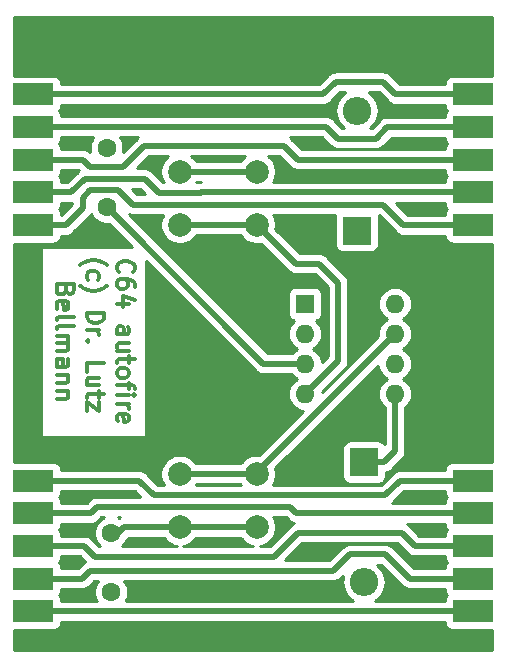
<source format=gbr>
G04 #@! TF.GenerationSoftware,KiCad,Pcbnew,(5.1.2-1)-1*
G04 #@! TF.CreationDate,2019-12-30T17:07:45+01:00*
G04 #@! TF.ProjectId,C64_autofire,4336345f-6175-4746-9f66-6972652e6b69,rev?*
G04 #@! TF.SameCoordinates,Original*
G04 #@! TF.FileFunction,Copper,L1,Top*
G04 #@! TF.FilePolarity,Positive*
%FSLAX46Y46*%
G04 Gerber Fmt 4.6, Leading zero omitted, Abs format (unit mm)*
G04 Created by KiCad (PCBNEW (5.1.2-1)-1) date 2019-12-30 17:07:45*
%MOMM*%
%LPD*%
G04 APERTURE LIST*
%ADD10C,0.300000*%
%ADD11C,1.600000*%
%ADD12O,2.400000X2.400000*%
%ADD13R,2.400000X2.400000*%
%ADD14R,3.480000X1.846667*%
%ADD15C,2.000000*%
%ADD16R,1.600000X1.600000*%
%ADD17O,1.600000X1.600000*%
%ADD18C,0.500000*%
%ADD19C,0.250000*%
%ADD20C,0.254000*%
G04 APERTURE END LIST*
D10*
X56814285Y-47307142D02*
X56742857Y-47235714D01*
X56671428Y-47021428D01*
X56671428Y-46878571D01*
X56742857Y-46664285D01*
X56885714Y-46521428D01*
X57028571Y-46450000D01*
X57314285Y-46378571D01*
X57528571Y-46378571D01*
X57814285Y-46450000D01*
X57957142Y-46521428D01*
X58100000Y-46664285D01*
X58171428Y-46878571D01*
X58171428Y-47021428D01*
X58100000Y-47235714D01*
X58028571Y-47307142D01*
X58171428Y-48592857D02*
X58171428Y-48307142D01*
X58100000Y-48164285D01*
X58028571Y-48092857D01*
X57814285Y-47950000D01*
X57528571Y-47878571D01*
X56957142Y-47878571D01*
X56814285Y-47950000D01*
X56742857Y-48021428D01*
X56671428Y-48164285D01*
X56671428Y-48450000D01*
X56742857Y-48592857D01*
X56814285Y-48664285D01*
X56957142Y-48735714D01*
X57314285Y-48735714D01*
X57457142Y-48664285D01*
X57528571Y-48592857D01*
X57600000Y-48450000D01*
X57600000Y-48164285D01*
X57528571Y-48021428D01*
X57457142Y-47950000D01*
X57314285Y-47878571D01*
X57671428Y-50021428D02*
X56671428Y-50021428D01*
X58242857Y-49664285D02*
X57171428Y-49307142D01*
X57171428Y-50235714D01*
X56671428Y-52592857D02*
X57457142Y-52592857D01*
X57600000Y-52521428D01*
X57671428Y-52378571D01*
X57671428Y-52092857D01*
X57600000Y-51950000D01*
X56742857Y-52592857D02*
X56671428Y-52450000D01*
X56671428Y-52092857D01*
X56742857Y-51950000D01*
X56885714Y-51878571D01*
X57028571Y-51878571D01*
X57171428Y-51950000D01*
X57242857Y-52092857D01*
X57242857Y-52450000D01*
X57314285Y-52592857D01*
X57671428Y-53950000D02*
X56671428Y-53950000D01*
X57671428Y-53307142D02*
X56885714Y-53307142D01*
X56742857Y-53378571D01*
X56671428Y-53521428D01*
X56671428Y-53735714D01*
X56742857Y-53878571D01*
X56814285Y-53950000D01*
X57671428Y-54450000D02*
X57671428Y-55021428D01*
X58171428Y-54664285D02*
X56885714Y-54664285D01*
X56742857Y-54735714D01*
X56671428Y-54878571D01*
X56671428Y-55021428D01*
X56671428Y-55735714D02*
X56742857Y-55592857D01*
X56814285Y-55521428D01*
X56957142Y-55450000D01*
X57385714Y-55450000D01*
X57528571Y-55521428D01*
X57600000Y-55592857D01*
X57671428Y-55735714D01*
X57671428Y-55950000D01*
X57600000Y-56092857D01*
X57528571Y-56164285D01*
X57385714Y-56235714D01*
X56957142Y-56235714D01*
X56814285Y-56164285D01*
X56742857Y-56092857D01*
X56671428Y-55950000D01*
X56671428Y-55735714D01*
X57671428Y-56664285D02*
X57671428Y-57235714D01*
X56671428Y-56878571D02*
X57957142Y-56878571D01*
X58100000Y-56950000D01*
X58171428Y-57092857D01*
X58171428Y-57235714D01*
X56671428Y-57735714D02*
X57671428Y-57735714D01*
X58171428Y-57735714D02*
X58100000Y-57664285D01*
X58028571Y-57735714D01*
X58100000Y-57807142D01*
X58171428Y-57735714D01*
X58028571Y-57735714D01*
X56671428Y-58450000D02*
X57671428Y-58450000D01*
X57385714Y-58450000D02*
X57528571Y-58521428D01*
X57600000Y-58592857D01*
X57671428Y-58735714D01*
X57671428Y-58878571D01*
X56742857Y-59950000D02*
X56671428Y-59807142D01*
X56671428Y-59521428D01*
X56742857Y-59378571D01*
X56885714Y-59307142D01*
X57457142Y-59307142D01*
X57600000Y-59378571D01*
X57671428Y-59521428D01*
X57671428Y-59807142D01*
X57600000Y-59950000D01*
X57457142Y-60021428D01*
X57314285Y-60021428D01*
X57171428Y-59307142D01*
X53550000Y-46735714D02*
X53621428Y-46664285D01*
X53835714Y-46521428D01*
X53978571Y-46450000D01*
X54192857Y-46378571D01*
X54550000Y-46307142D01*
X54835714Y-46307142D01*
X55192857Y-46378571D01*
X55407142Y-46450000D01*
X55550000Y-46521428D01*
X55764285Y-46664285D01*
X55835714Y-46735714D01*
X54192857Y-47950000D02*
X54121428Y-47807142D01*
X54121428Y-47521428D01*
X54192857Y-47378571D01*
X54264285Y-47307142D01*
X54407142Y-47235714D01*
X54835714Y-47235714D01*
X54978571Y-47307142D01*
X55050000Y-47378571D01*
X55121428Y-47521428D01*
X55121428Y-47807142D01*
X55050000Y-47950000D01*
X53550000Y-48450000D02*
X53621428Y-48521428D01*
X53835714Y-48664285D01*
X53978571Y-48735714D01*
X54192857Y-48807142D01*
X54550000Y-48878571D01*
X54835714Y-48878571D01*
X55192857Y-48807142D01*
X55407142Y-48735714D01*
X55550000Y-48664285D01*
X55764285Y-48521428D01*
X55835714Y-48450000D01*
X54121428Y-50735714D02*
X55621428Y-50735714D01*
X55621428Y-51092857D01*
X55550000Y-51307142D01*
X55407142Y-51450000D01*
X55264285Y-51521428D01*
X54978571Y-51592857D01*
X54764285Y-51592857D01*
X54478571Y-51521428D01*
X54335714Y-51450000D01*
X54192857Y-51307142D01*
X54121428Y-51092857D01*
X54121428Y-50735714D01*
X54121428Y-52235714D02*
X55121428Y-52235714D01*
X54835714Y-52235714D02*
X54978571Y-52307142D01*
X55050000Y-52378571D01*
X55121428Y-52521428D01*
X55121428Y-52664285D01*
X54264285Y-53164285D02*
X54192857Y-53235714D01*
X54121428Y-53164285D01*
X54192857Y-53092857D01*
X54264285Y-53164285D01*
X54121428Y-53164285D01*
X54121428Y-55735714D02*
X54121428Y-55021428D01*
X55621428Y-55021428D01*
X55121428Y-56878571D02*
X54121428Y-56878571D01*
X55121428Y-56235714D02*
X54335714Y-56235714D01*
X54192857Y-56307142D01*
X54121428Y-56450000D01*
X54121428Y-56664285D01*
X54192857Y-56807142D01*
X54264285Y-56878571D01*
X55121428Y-57378571D02*
X55121428Y-57950000D01*
X55621428Y-57592857D02*
X54335714Y-57592857D01*
X54192857Y-57664285D01*
X54121428Y-57807142D01*
X54121428Y-57950000D01*
X55121428Y-58307142D02*
X55121428Y-59092857D01*
X54121428Y-58307142D01*
X54121428Y-59092857D01*
X52357142Y-48842857D02*
X52285714Y-49057142D01*
X52214285Y-49128571D01*
X52071428Y-49200000D01*
X51857142Y-49200000D01*
X51714285Y-49128571D01*
X51642857Y-49057142D01*
X51571428Y-48914285D01*
X51571428Y-48342857D01*
X53071428Y-48342857D01*
X53071428Y-48842857D01*
X53000000Y-48985714D01*
X52928571Y-49057142D01*
X52785714Y-49128571D01*
X52642857Y-49128571D01*
X52500000Y-49057142D01*
X52428571Y-48985714D01*
X52357142Y-48842857D01*
X52357142Y-48342857D01*
X51642857Y-50414285D02*
X51571428Y-50271428D01*
X51571428Y-49985714D01*
X51642857Y-49842857D01*
X51785714Y-49771428D01*
X52357142Y-49771428D01*
X52500000Y-49842857D01*
X52571428Y-49985714D01*
X52571428Y-50271428D01*
X52500000Y-50414285D01*
X52357142Y-50485714D01*
X52214285Y-50485714D01*
X52071428Y-49771428D01*
X51571428Y-51342857D02*
X51642857Y-51200000D01*
X51785714Y-51128571D01*
X53071428Y-51128571D01*
X51571428Y-52128571D02*
X51642857Y-51985714D01*
X51785714Y-51914285D01*
X53071428Y-51914285D01*
X51571428Y-52700000D02*
X52571428Y-52700000D01*
X52428571Y-52700000D02*
X52500000Y-52771428D01*
X52571428Y-52914285D01*
X52571428Y-53128571D01*
X52500000Y-53271428D01*
X52357142Y-53342857D01*
X51571428Y-53342857D01*
X52357142Y-53342857D02*
X52500000Y-53414285D01*
X52571428Y-53557142D01*
X52571428Y-53771428D01*
X52500000Y-53914285D01*
X52357142Y-53985714D01*
X51571428Y-53985714D01*
X51571428Y-55342857D02*
X52357142Y-55342857D01*
X52500000Y-55271428D01*
X52571428Y-55128571D01*
X52571428Y-54842857D01*
X52500000Y-54700000D01*
X51642857Y-55342857D02*
X51571428Y-55200000D01*
X51571428Y-54842857D01*
X51642857Y-54700000D01*
X51785714Y-54628571D01*
X51928571Y-54628571D01*
X52071428Y-54700000D01*
X52142857Y-54842857D01*
X52142857Y-55200000D01*
X52214285Y-55342857D01*
X52571428Y-56057142D02*
X51571428Y-56057142D01*
X52428571Y-56057142D02*
X52500000Y-56128571D01*
X52571428Y-56271428D01*
X52571428Y-56485714D01*
X52500000Y-56628571D01*
X52357142Y-56700000D01*
X51571428Y-56700000D01*
X52571428Y-57414285D02*
X51571428Y-57414285D01*
X52428571Y-57414285D02*
X52500000Y-57485714D01*
X52571428Y-57628571D01*
X52571428Y-57842857D01*
X52500000Y-57985714D01*
X52357142Y-58057142D01*
X51571428Y-58057142D01*
D11*
X55800000Y-41800000D03*
X55800000Y-36800000D03*
X56200000Y-69400000D03*
X56200000Y-74400000D03*
D12*
X77000000Y-33640000D03*
D13*
X77000000Y-43800000D03*
X77600000Y-63400000D03*
D12*
X77600000Y-73560000D03*
D14*
X49600000Y-43340000D03*
X49600000Y-40570000D03*
X49600000Y-37800000D03*
X49600000Y-35030000D03*
X49600000Y-32260000D03*
X49600000Y-64960000D03*
X49600000Y-67730000D03*
X49600000Y-70500000D03*
X49600000Y-73270000D03*
X49600000Y-76040000D03*
X86800000Y-32260000D03*
X86800000Y-35030000D03*
X86800000Y-37800000D03*
X86800000Y-40570000D03*
X86800000Y-43340000D03*
X86800000Y-76040000D03*
X86800000Y-73270000D03*
X86800000Y-70500000D03*
X86800000Y-67730000D03*
X86800000Y-64960000D03*
D15*
X68500000Y-38800000D03*
X68500000Y-43300000D03*
X62000000Y-38800000D03*
X62000000Y-43300000D03*
X62000000Y-68900000D03*
X62000000Y-64400000D03*
X68500000Y-68900000D03*
X68500000Y-64400000D03*
D16*
X72600000Y-50000000D03*
D17*
X80220000Y-57620000D03*
X72600000Y-52540000D03*
X80220000Y-55080000D03*
X72600000Y-55080000D03*
X80220000Y-52540000D03*
X72600000Y-57620000D03*
X80220000Y-50000000D03*
D18*
X69080000Y-55080000D02*
X55800000Y-41800000D01*
X69080000Y-55080000D02*
X72600000Y-55080000D01*
D19*
X56700000Y-68900000D02*
X56200000Y-69400000D01*
D18*
X62000000Y-43300000D02*
X68500000Y-43300000D01*
X68500000Y-43300000D02*
X71800000Y-46600000D01*
X71800000Y-46600000D02*
X73800000Y-46600000D01*
X73800000Y-46600000D02*
X75400000Y-48200000D01*
X75400000Y-54820000D02*
X72600000Y-57620000D01*
X75400000Y-48200000D02*
X75400000Y-54820000D01*
X62000000Y-68900000D02*
X68500000Y-68900000D01*
X56800000Y-69400000D02*
X56200000Y-69400000D01*
X57300000Y-68900000D02*
X56800000Y-69400000D01*
X62000000Y-68900000D02*
X57300000Y-68900000D01*
X80220000Y-57620000D02*
X80220000Y-61020000D01*
X80220000Y-62480000D02*
X80220000Y-61020000D01*
X79300000Y-63400000D02*
X80220000Y-62480000D01*
X77600000Y-63400000D02*
X79300000Y-63400000D01*
X54400000Y-40400000D02*
X56800000Y-40400000D01*
X53800000Y-41000000D02*
X54400000Y-40400000D01*
X53800000Y-41880000D02*
X53800000Y-41000000D01*
X58000000Y-41600000D02*
X71000000Y-41600000D01*
X56800000Y-40400000D02*
X58000000Y-41600000D01*
X52340000Y-43340000D02*
X53800000Y-41880000D01*
X49600000Y-43340000D02*
X52340000Y-43340000D01*
X71000000Y-41600000D02*
X79200000Y-41600000D01*
X80940000Y-43340000D02*
X86800000Y-43340000D01*
X79200000Y-41600000D02*
X80940000Y-43340000D01*
X63800000Y-40600000D02*
X60200000Y-40600000D01*
X59800000Y-40200000D02*
X60000000Y-40400000D01*
X60200000Y-40600000D02*
X59800000Y-40200000D01*
X59000000Y-39400000D02*
X59100000Y-39500000D01*
X52830000Y-40570000D02*
X54000000Y-39400000D01*
X49600000Y-40570000D02*
X52830000Y-40570000D01*
X59100000Y-39500000D02*
X59800000Y-40200000D01*
X54000000Y-39400000D02*
X59000000Y-39400000D01*
X63830000Y-40570000D02*
X86800000Y-40570000D01*
X63800000Y-40600000D02*
X63830000Y-40570000D01*
X57200000Y-38400000D02*
X59000000Y-36600000D01*
X70800000Y-36600000D02*
X72000000Y-37800000D01*
X54400000Y-38400000D02*
X57200000Y-38400000D01*
X59000000Y-36600000D02*
X70800000Y-36600000D01*
X53800000Y-37800000D02*
X54400000Y-38400000D01*
X49600000Y-37800000D02*
X53800000Y-37800000D01*
X72000000Y-37800000D02*
X86800000Y-37800000D01*
X79570000Y-35030000D02*
X81830000Y-35030000D01*
X75400000Y-36000000D02*
X78600000Y-36000000D01*
X74400000Y-35000000D02*
X75400000Y-36000000D01*
X51870000Y-35000000D02*
X74400000Y-35000000D01*
X51840000Y-35030000D02*
X51870000Y-35000000D01*
X49600000Y-35030000D02*
X51840000Y-35030000D01*
X78600000Y-36000000D02*
X79570000Y-35030000D01*
X80970000Y-35030000D02*
X81830000Y-35030000D01*
X81830000Y-35030000D02*
X86800000Y-35030000D01*
X79200000Y-31200000D02*
X80260000Y-32260000D01*
X74140000Y-32260000D02*
X75200000Y-31200000D01*
X75200000Y-31200000D02*
X79200000Y-31200000D01*
X49600000Y-32260000D02*
X74140000Y-32260000D01*
X80260000Y-32260000D02*
X86800000Y-32260000D01*
X58560000Y-64960000D02*
X59800000Y-66200000D01*
X49600000Y-64960000D02*
X58560000Y-64960000D01*
X59800000Y-66200000D02*
X79400000Y-66200000D01*
X79400000Y-66200000D02*
X80640000Y-64960000D01*
X80640000Y-64960000D02*
X86800000Y-64960000D01*
X71340000Y-67200000D02*
X71870000Y-67730000D01*
X49600000Y-67730000D02*
X54470000Y-67730000D01*
X54470000Y-67730000D02*
X55000000Y-67200000D01*
X55000000Y-67200000D02*
X71340000Y-67200000D01*
X71870000Y-67730000D02*
X86800000Y-67730000D01*
X49600000Y-70500000D02*
X52100000Y-70500000D01*
X70000000Y-71400000D02*
X72000000Y-69400000D01*
X53900000Y-70500000D02*
X54800000Y-71400000D01*
X49600000Y-70500000D02*
X53900000Y-70500000D01*
X54800000Y-71400000D02*
X70000000Y-71400000D01*
X72000000Y-69400000D02*
X80800000Y-69400000D01*
X80800000Y-69400000D02*
X81900000Y-70500000D01*
X81900000Y-70500000D02*
X86800000Y-70500000D01*
X79400000Y-71200000D02*
X81470000Y-73270000D01*
X53730000Y-73270000D02*
X54400000Y-72600000D01*
X76400000Y-71200000D02*
X79400000Y-71200000D01*
X75000000Y-72600000D02*
X76400000Y-71200000D01*
X54400000Y-72600000D02*
X75000000Y-72600000D01*
X49600000Y-73270000D02*
X53730000Y-73270000D01*
X81470000Y-73270000D02*
X86800000Y-73270000D01*
X49600000Y-76040000D02*
X86800000Y-76040000D01*
X62000000Y-38800000D02*
X68500000Y-38800000D01*
X62000000Y-64400000D02*
X68500000Y-64400000D01*
X68500000Y-64260000D02*
X68500000Y-64400000D01*
X80220000Y-52540000D02*
X68500000Y-64260000D01*
D20*
G36*
X84421928Y-76963333D02*
G01*
X84434188Y-77087815D01*
X84470498Y-77207513D01*
X84529463Y-77317827D01*
X84608815Y-77414518D01*
X84705506Y-77493870D01*
X84815820Y-77552835D01*
X84935518Y-77589145D01*
X85060000Y-77601405D01*
X86673000Y-77601405D01*
X86673000Y-79273000D01*
X49527000Y-79273000D01*
X49527000Y-77601405D01*
X51340000Y-77601405D01*
X51464482Y-77589145D01*
X51584180Y-77552835D01*
X51694494Y-77493870D01*
X51791185Y-77414518D01*
X51870537Y-77317827D01*
X51929502Y-77207513D01*
X51965812Y-77087815D01*
X51978072Y-76963333D01*
X51978072Y-76925000D01*
X84421928Y-76925000D01*
X84421928Y-76963333D01*
X84421928Y-76963333D01*
G37*
X84421928Y-76963333D02*
X84434188Y-77087815D01*
X84470498Y-77207513D01*
X84529463Y-77317827D01*
X84608815Y-77414518D01*
X84705506Y-77493870D01*
X84815820Y-77552835D01*
X84935518Y-77589145D01*
X85060000Y-77601405D01*
X86673000Y-77601405D01*
X86673000Y-79273000D01*
X49527000Y-79273000D01*
X49527000Y-77601405D01*
X51340000Y-77601405D01*
X51464482Y-77589145D01*
X51584180Y-77552835D01*
X51694494Y-77493870D01*
X51791185Y-77414518D01*
X51870537Y-77317827D01*
X51929502Y-77207513D01*
X51965812Y-77087815D01*
X51978072Y-76963333D01*
X51978072Y-76925000D01*
X84421928Y-76925000D01*
X84421928Y-76963333D01*
G36*
X80813470Y-73865049D02*
G01*
X80841183Y-73898817D01*
X80874951Y-73926530D01*
X80874953Y-73926532D01*
X80941841Y-73981426D01*
X80975941Y-74009411D01*
X81129687Y-74091589D01*
X81296510Y-74142195D01*
X81426523Y-74155000D01*
X81426533Y-74155000D01*
X81469999Y-74159281D01*
X81513466Y-74155000D01*
X84421928Y-74155000D01*
X84421928Y-74193333D01*
X84434188Y-74317815D01*
X84470498Y-74437513D01*
X84529463Y-74547827D01*
X84608815Y-74644518D01*
X84621587Y-74655000D01*
X84608815Y-74665482D01*
X84529463Y-74762173D01*
X84470498Y-74872487D01*
X84434188Y-74992185D01*
X84421928Y-75116667D01*
X84421928Y-75155000D01*
X78508651Y-75155000D01*
X78624404Y-75093129D01*
X78903819Y-74863819D01*
X79133129Y-74584404D01*
X79303521Y-74265622D01*
X79408448Y-73919723D01*
X79443878Y-73560000D01*
X79408448Y-73200277D01*
X79303521Y-72854378D01*
X79133129Y-72535596D01*
X78903819Y-72256181D01*
X78695234Y-72085000D01*
X79033422Y-72085000D01*
X80813470Y-73865049D01*
X80813470Y-73865049D01*
G37*
X80813470Y-73865049D02*
X80841183Y-73898817D01*
X80874951Y-73926530D01*
X80874953Y-73926532D01*
X80941841Y-73981426D01*
X80975941Y-74009411D01*
X81129687Y-74091589D01*
X81296510Y-74142195D01*
X81426523Y-74155000D01*
X81426533Y-74155000D01*
X81469999Y-74159281D01*
X81513466Y-74155000D01*
X84421928Y-74155000D01*
X84421928Y-74193333D01*
X84434188Y-74317815D01*
X84470498Y-74437513D01*
X84529463Y-74547827D01*
X84608815Y-74644518D01*
X84621587Y-74655000D01*
X84608815Y-74665482D01*
X84529463Y-74762173D01*
X84470498Y-74872487D01*
X84434188Y-74992185D01*
X84421928Y-75116667D01*
X84421928Y-75155000D01*
X78508651Y-75155000D01*
X78624404Y-75093129D01*
X78903819Y-74863819D01*
X79133129Y-74584404D01*
X79303521Y-74265622D01*
X79408448Y-73919723D01*
X79443878Y-73560000D01*
X79408448Y-73200277D01*
X79303521Y-72854378D01*
X79133129Y-72535596D01*
X78903819Y-72256181D01*
X78695234Y-72085000D01*
X79033422Y-72085000D01*
X80813470Y-73865049D01*
G36*
X75791552Y-73200277D02*
G01*
X75756122Y-73560000D01*
X75791552Y-73919723D01*
X75896479Y-74265622D01*
X76066871Y-74584404D01*
X76296181Y-74863819D01*
X76575596Y-75093129D01*
X76691349Y-75155000D01*
X57421384Y-75155000D01*
X57471680Y-75079727D01*
X57579853Y-74818574D01*
X57635000Y-74541335D01*
X57635000Y-74258665D01*
X57579853Y-73981426D01*
X57471680Y-73720273D01*
X57314637Y-73485241D01*
X57314396Y-73485000D01*
X74956531Y-73485000D01*
X75000000Y-73489281D01*
X75043469Y-73485000D01*
X75043477Y-73485000D01*
X75173490Y-73472195D01*
X75340313Y-73421589D01*
X75494059Y-73339411D01*
X75628817Y-73228817D01*
X75656534Y-73195044D01*
X75852622Y-72998956D01*
X75791552Y-73200277D01*
X75791552Y-73200277D01*
G37*
X75791552Y-73200277D02*
X75756122Y-73560000D01*
X75791552Y-73919723D01*
X75896479Y-74265622D01*
X76066871Y-74584404D01*
X76296181Y-74863819D01*
X76575596Y-75093129D01*
X76691349Y-75155000D01*
X57421384Y-75155000D01*
X57471680Y-75079727D01*
X57579853Y-74818574D01*
X57635000Y-74541335D01*
X57635000Y-74258665D01*
X57579853Y-73981426D01*
X57471680Y-73720273D01*
X57314637Y-73485241D01*
X57314396Y-73485000D01*
X74956531Y-73485000D01*
X75000000Y-73489281D01*
X75043469Y-73485000D01*
X75043477Y-73485000D01*
X75173490Y-73472195D01*
X75340313Y-73421589D01*
X75494059Y-73339411D01*
X75628817Y-73228817D01*
X75656534Y-73195044D01*
X75852622Y-72998956D01*
X75791552Y-73200277D01*
G36*
X55085363Y-73485241D02*
G01*
X54928320Y-73720273D01*
X54820147Y-73981426D01*
X54765000Y-74258665D01*
X54765000Y-74541335D01*
X54820147Y-74818574D01*
X54928320Y-75079727D01*
X54978616Y-75155000D01*
X51978072Y-75155000D01*
X51978072Y-75116667D01*
X51965812Y-74992185D01*
X51929502Y-74872487D01*
X51870537Y-74762173D01*
X51791185Y-74665482D01*
X51778413Y-74655000D01*
X51791185Y-74644518D01*
X51870537Y-74547827D01*
X51929502Y-74437513D01*
X51965812Y-74317815D01*
X51978072Y-74193333D01*
X51978072Y-74155000D01*
X53686531Y-74155000D01*
X53730000Y-74159281D01*
X53773469Y-74155000D01*
X53773477Y-74155000D01*
X53903490Y-74142195D01*
X54070313Y-74091589D01*
X54224059Y-74009411D01*
X54358817Y-73898817D01*
X54386534Y-73865044D01*
X54766579Y-73485000D01*
X55085604Y-73485000D01*
X55085363Y-73485241D01*
X55085363Y-73485241D01*
G37*
X55085363Y-73485241D02*
X54928320Y-73720273D01*
X54820147Y-73981426D01*
X54765000Y-74258665D01*
X54765000Y-74541335D01*
X54820147Y-74818574D01*
X54928320Y-75079727D01*
X54978616Y-75155000D01*
X51978072Y-75155000D01*
X51978072Y-75116667D01*
X51965812Y-74992185D01*
X51929502Y-74872487D01*
X51870537Y-74762173D01*
X51791185Y-74665482D01*
X51778413Y-74655000D01*
X51791185Y-74644518D01*
X51870537Y-74547827D01*
X51929502Y-74437513D01*
X51965812Y-74317815D01*
X51978072Y-74193333D01*
X51978072Y-74155000D01*
X53686531Y-74155000D01*
X53730000Y-74159281D01*
X53773469Y-74155000D01*
X53773477Y-74155000D01*
X53903490Y-74142195D01*
X54070313Y-74091589D01*
X54224059Y-74009411D01*
X54358817Y-73898817D01*
X54386534Y-73865044D01*
X54766579Y-73485000D01*
X55085604Y-73485000D01*
X55085363Y-73485241D01*
G36*
X53973109Y-71824688D02*
G01*
X53905941Y-71860589D01*
X53905939Y-71860590D01*
X53905940Y-71860590D01*
X53804953Y-71943468D01*
X53804951Y-71943470D01*
X53771183Y-71971183D01*
X53743470Y-72004951D01*
X53363422Y-72385000D01*
X51978072Y-72385000D01*
X51978072Y-72346667D01*
X51965812Y-72222185D01*
X51929502Y-72102487D01*
X51870537Y-71992173D01*
X51791185Y-71895482D01*
X51778413Y-71885000D01*
X51791185Y-71874518D01*
X51870537Y-71777827D01*
X51929502Y-71667513D01*
X51965812Y-71547815D01*
X51978072Y-71423333D01*
X51978072Y-71385000D01*
X53533422Y-71385000D01*
X53973109Y-71824688D01*
X53973109Y-71824688D01*
G37*
X53973109Y-71824688D02*
X53905941Y-71860589D01*
X53905939Y-71860590D01*
X53905940Y-71860590D01*
X53804953Y-71943468D01*
X53804951Y-71943470D01*
X53771183Y-71971183D01*
X53743470Y-72004951D01*
X53363422Y-72385000D01*
X51978072Y-72385000D01*
X51978072Y-72346667D01*
X51965812Y-72222185D01*
X51929502Y-72102487D01*
X51870537Y-71992173D01*
X51791185Y-71895482D01*
X51778413Y-71885000D01*
X51791185Y-71874518D01*
X51870537Y-71777827D01*
X51929502Y-71667513D01*
X51965812Y-71547815D01*
X51978072Y-71423333D01*
X51978072Y-71385000D01*
X53533422Y-71385000D01*
X53973109Y-71824688D01*
G36*
X81243470Y-71095049D02*
G01*
X81271183Y-71128817D01*
X81304951Y-71156530D01*
X81304953Y-71156532D01*
X81357919Y-71200000D01*
X81405941Y-71239411D01*
X81559687Y-71321589D01*
X81675903Y-71356843D01*
X81726509Y-71372195D01*
X81739669Y-71373491D01*
X81856523Y-71385000D01*
X81856531Y-71385000D01*
X81900000Y-71389281D01*
X81943469Y-71385000D01*
X84421928Y-71385000D01*
X84421928Y-71423333D01*
X84434188Y-71547815D01*
X84470498Y-71667513D01*
X84529463Y-71777827D01*
X84608815Y-71874518D01*
X84621587Y-71885000D01*
X84608815Y-71895482D01*
X84529463Y-71992173D01*
X84470498Y-72102487D01*
X84434188Y-72222185D01*
X84421928Y-72346667D01*
X84421928Y-72385000D01*
X81836579Y-72385000D01*
X80056534Y-70604956D01*
X80028817Y-70571183D01*
X79894059Y-70460589D01*
X79740313Y-70378411D01*
X79573490Y-70327805D01*
X79443477Y-70315000D01*
X79443469Y-70315000D01*
X79400000Y-70310719D01*
X79356531Y-70315000D01*
X76443469Y-70315000D01*
X76400000Y-70310719D01*
X76356531Y-70315000D01*
X76356523Y-70315000D01*
X76241306Y-70326348D01*
X76226509Y-70327805D01*
X76175903Y-70343157D01*
X76059687Y-70378411D01*
X75905941Y-70460589D01*
X75905939Y-70460590D01*
X75905940Y-70460590D01*
X75804953Y-70543468D01*
X75804951Y-70543470D01*
X75771183Y-70571183D01*
X75743470Y-70604951D01*
X74633422Y-71715000D01*
X70936578Y-71715000D01*
X72366579Y-70285000D01*
X80433422Y-70285000D01*
X81243470Y-71095049D01*
X81243470Y-71095049D01*
G37*
X81243470Y-71095049D02*
X81271183Y-71128817D01*
X81304951Y-71156530D01*
X81304953Y-71156532D01*
X81357919Y-71200000D01*
X81405941Y-71239411D01*
X81559687Y-71321589D01*
X81675903Y-71356843D01*
X81726509Y-71372195D01*
X81739669Y-71373491D01*
X81856523Y-71385000D01*
X81856531Y-71385000D01*
X81900000Y-71389281D01*
X81943469Y-71385000D01*
X84421928Y-71385000D01*
X84421928Y-71423333D01*
X84434188Y-71547815D01*
X84470498Y-71667513D01*
X84529463Y-71777827D01*
X84608815Y-71874518D01*
X84621587Y-71885000D01*
X84608815Y-71895482D01*
X84529463Y-71992173D01*
X84470498Y-72102487D01*
X84434188Y-72222185D01*
X84421928Y-72346667D01*
X84421928Y-72385000D01*
X81836579Y-72385000D01*
X80056534Y-70604956D01*
X80028817Y-70571183D01*
X79894059Y-70460589D01*
X79740313Y-70378411D01*
X79573490Y-70327805D01*
X79443477Y-70315000D01*
X79443469Y-70315000D01*
X79400000Y-70310719D01*
X79356531Y-70315000D01*
X76443469Y-70315000D01*
X76400000Y-70310719D01*
X76356531Y-70315000D01*
X76356523Y-70315000D01*
X76241306Y-70326348D01*
X76226509Y-70327805D01*
X76175903Y-70343157D01*
X76059687Y-70378411D01*
X75905941Y-70460589D01*
X75905939Y-70460590D01*
X75905940Y-70460590D01*
X75804953Y-70543468D01*
X75804951Y-70543470D01*
X75771183Y-70571183D01*
X75743470Y-70604951D01*
X74633422Y-71715000D01*
X70936578Y-71715000D01*
X72366579Y-70285000D01*
X80433422Y-70285000D01*
X81243470Y-71095049D01*
G36*
X55520273Y-68128320D02*
G01*
X55285241Y-68285363D01*
X55085363Y-68485241D01*
X54928320Y-68720273D01*
X54820147Y-68981426D01*
X54765000Y-69258665D01*
X54765000Y-69541335D01*
X54820147Y-69818574D01*
X54928320Y-70079727D01*
X55085363Y-70314759D01*
X55285241Y-70514637D01*
X55285784Y-70515000D01*
X55166579Y-70515000D01*
X54556534Y-69904956D01*
X54528817Y-69871183D01*
X54394059Y-69760589D01*
X54240313Y-69678411D01*
X54073490Y-69627805D01*
X53943477Y-69615000D01*
X53943469Y-69615000D01*
X53900000Y-69610719D01*
X53856531Y-69615000D01*
X51978072Y-69615000D01*
X51978072Y-69576667D01*
X51965812Y-69452185D01*
X51929502Y-69332487D01*
X51870537Y-69222173D01*
X51791185Y-69125482D01*
X51778413Y-69115000D01*
X51791185Y-69104518D01*
X51870537Y-69007827D01*
X51929502Y-68897513D01*
X51965812Y-68777815D01*
X51978072Y-68653333D01*
X51978072Y-68615000D01*
X54426531Y-68615000D01*
X54470000Y-68619281D01*
X54513469Y-68615000D01*
X54513477Y-68615000D01*
X54643490Y-68602195D01*
X54810313Y-68551589D01*
X54964059Y-68469411D01*
X55098817Y-68358817D01*
X55126534Y-68325044D01*
X55366578Y-68085000D01*
X55624857Y-68085000D01*
X55520273Y-68128320D01*
X55520273Y-68128320D01*
G37*
X55520273Y-68128320D02*
X55285241Y-68285363D01*
X55085363Y-68485241D01*
X54928320Y-68720273D01*
X54820147Y-68981426D01*
X54765000Y-69258665D01*
X54765000Y-69541335D01*
X54820147Y-69818574D01*
X54928320Y-70079727D01*
X55085363Y-70314759D01*
X55285241Y-70514637D01*
X55285784Y-70515000D01*
X55166579Y-70515000D01*
X54556534Y-69904956D01*
X54528817Y-69871183D01*
X54394059Y-69760589D01*
X54240313Y-69678411D01*
X54073490Y-69627805D01*
X53943477Y-69615000D01*
X53943469Y-69615000D01*
X53900000Y-69610719D01*
X53856531Y-69615000D01*
X51978072Y-69615000D01*
X51978072Y-69576667D01*
X51965812Y-69452185D01*
X51929502Y-69332487D01*
X51870537Y-69222173D01*
X51791185Y-69125482D01*
X51778413Y-69115000D01*
X51791185Y-69104518D01*
X51870537Y-69007827D01*
X51929502Y-68897513D01*
X51965812Y-68777815D01*
X51978072Y-68653333D01*
X51978072Y-68615000D01*
X54426531Y-68615000D01*
X54470000Y-68619281D01*
X54513469Y-68615000D01*
X54513477Y-68615000D01*
X54643490Y-68602195D01*
X54810313Y-68551589D01*
X54964059Y-68469411D01*
X55098817Y-68358817D01*
X55126534Y-68325044D01*
X55366578Y-68085000D01*
X55624857Y-68085000D01*
X55520273Y-68128320D01*
G36*
X60730013Y-69942252D02*
G01*
X60957748Y-70169987D01*
X61225537Y-70348918D01*
X61523088Y-70472168D01*
X61738420Y-70515000D01*
X57114216Y-70515000D01*
X57114759Y-70514637D01*
X57314637Y-70314759D01*
X57471680Y-70079727D01*
X57542270Y-69909308D01*
X57666578Y-69785000D01*
X60624941Y-69785000D01*
X60730013Y-69942252D01*
X60730013Y-69942252D01*
G37*
X60730013Y-69942252D02*
X60957748Y-70169987D01*
X61225537Y-70348918D01*
X61523088Y-70472168D01*
X61738420Y-70515000D01*
X57114216Y-70515000D01*
X57114759Y-70514637D01*
X57314637Y-70314759D01*
X57471680Y-70079727D01*
X57542270Y-69909308D01*
X57666578Y-69785000D01*
X60624941Y-69785000D01*
X60730013Y-69942252D01*
G36*
X71213466Y-68325044D02*
G01*
X71241183Y-68358817D01*
X71375941Y-68469411D01*
X71529687Y-68551589D01*
X71644632Y-68586458D01*
X71505941Y-68660589D01*
X71505939Y-68660590D01*
X71505940Y-68660590D01*
X71404953Y-68743468D01*
X71404951Y-68743470D01*
X71371183Y-68771183D01*
X71343470Y-68804951D01*
X69633422Y-70515000D01*
X68761580Y-70515000D01*
X68976912Y-70472168D01*
X69274463Y-70348918D01*
X69542252Y-70169987D01*
X69769987Y-69942252D01*
X69948918Y-69674463D01*
X70072168Y-69376912D01*
X70135000Y-69061033D01*
X70135000Y-68738967D01*
X70072168Y-68423088D01*
X69948918Y-68125537D01*
X69921832Y-68085000D01*
X70973422Y-68085000D01*
X71213466Y-68325044D01*
X71213466Y-68325044D01*
G37*
X71213466Y-68325044D02*
X71241183Y-68358817D01*
X71375941Y-68469411D01*
X71529687Y-68551589D01*
X71644632Y-68586458D01*
X71505941Y-68660589D01*
X71505939Y-68660590D01*
X71505940Y-68660590D01*
X71404953Y-68743468D01*
X71404951Y-68743470D01*
X71371183Y-68771183D01*
X71343470Y-68804951D01*
X69633422Y-70515000D01*
X68761580Y-70515000D01*
X68976912Y-70472168D01*
X69274463Y-70348918D01*
X69542252Y-70169987D01*
X69769987Y-69942252D01*
X69948918Y-69674463D01*
X70072168Y-69376912D01*
X70135000Y-69061033D01*
X70135000Y-68738967D01*
X70072168Y-68423088D01*
X69948918Y-68125537D01*
X69921832Y-68085000D01*
X70973422Y-68085000D01*
X71213466Y-68325044D01*
G36*
X67230013Y-69942252D02*
G01*
X67457748Y-70169987D01*
X67725537Y-70348918D01*
X68023088Y-70472168D01*
X68238420Y-70515000D01*
X62261580Y-70515000D01*
X62476912Y-70472168D01*
X62774463Y-70348918D01*
X63042252Y-70169987D01*
X63269987Y-69942252D01*
X63375059Y-69785000D01*
X67124941Y-69785000D01*
X67230013Y-69942252D01*
X67230013Y-69942252D01*
G37*
X67230013Y-69942252D02*
X67457748Y-70169987D01*
X67725537Y-70348918D01*
X68023088Y-70472168D01*
X68238420Y-70515000D01*
X62261580Y-70515000D01*
X62476912Y-70472168D01*
X62774463Y-70348918D01*
X63042252Y-70169987D01*
X63269987Y-69942252D01*
X63375059Y-69785000D01*
X67124941Y-69785000D01*
X67230013Y-69942252D01*
G36*
X84421928Y-68653333D02*
G01*
X84434188Y-68777815D01*
X84470498Y-68897513D01*
X84529463Y-69007827D01*
X84608815Y-69104518D01*
X84621587Y-69115000D01*
X84608815Y-69125482D01*
X84529463Y-69222173D01*
X84470498Y-69332487D01*
X84434188Y-69452185D01*
X84421928Y-69576667D01*
X84421928Y-69615000D01*
X82266579Y-69615000D01*
X81456532Y-68804954D01*
X81428817Y-68771183D01*
X81294059Y-68660589D01*
X81208767Y-68615000D01*
X84421928Y-68615000D01*
X84421928Y-68653333D01*
X84421928Y-68653333D01*
G37*
X84421928Y-68653333D02*
X84434188Y-68777815D01*
X84470498Y-68897513D01*
X84529463Y-69007827D01*
X84608815Y-69104518D01*
X84621587Y-69115000D01*
X84608815Y-69125482D01*
X84529463Y-69222173D01*
X84470498Y-69332487D01*
X84434188Y-69452185D01*
X84421928Y-69576667D01*
X84421928Y-69615000D01*
X82266579Y-69615000D01*
X81456532Y-68804954D01*
X81428817Y-68771183D01*
X81294059Y-68660589D01*
X81208767Y-68615000D01*
X84421928Y-68615000D01*
X84421928Y-68653333D01*
G36*
X56872169Y-68125190D02*
G01*
X56775143Y-68085000D01*
X56947360Y-68085000D01*
X56872169Y-68125190D01*
X56872169Y-68125190D01*
G37*
X56872169Y-68125190D02*
X56775143Y-68085000D01*
X56947360Y-68085000D01*
X56872169Y-68125190D01*
G36*
X58663421Y-66315000D02*
G01*
X55043465Y-66315000D01*
X54999999Y-66310719D01*
X54956533Y-66315000D01*
X54956523Y-66315000D01*
X54826510Y-66327805D01*
X54659687Y-66378411D01*
X54505941Y-66460589D01*
X54371183Y-66571183D01*
X54343466Y-66604956D01*
X54103422Y-66845000D01*
X51978072Y-66845000D01*
X51978072Y-66806667D01*
X51965812Y-66682185D01*
X51929502Y-66562487D01*
X51870537Y-66452173D01*
X51791185Y-66355482D01*
X51778413Y-66345000D01*
X51791185Y-66334518D01*
X51870537Y-66237827D01*
X51929502Y-66127513D01*
X51965812Y-66007815D01*
X51978072Y-65883333D01*
X51978072Y-65845000D01*
X58193422Y-65845000D01*
X58663421Y-66315000D01*
X58663421Y-66315000D01*
G37*
X58663421Y-66315000D02*
X55043465Y-66315000D01*
X54999999Y-66310719D01*
X54956533Y-66315000D01*
X54956523Y-66315000D01*
X54826510Y-66327805D01*
X54659687Y-66378411D01*
X54505941Y-66460589D01*
X54371183Y-66571183D01*
X54343466Y-66604956D01*
X54103422Y-66845000D01*
X51978072Y-66845000D01*
X51978072Y-66806667D01*
X51965812Y-66682185D01*
X51929502Y-66562487D01*
X51870537Y-66452173D01*
X51791185Y-66355482D01*
X51778413Y-66345000D01*
X51791185Y-66334518D01*
X51870537Y-66237827D01*
X51929502Y-66127513D01*
X51965812Y-66007815D01*
X51978072Y-65883333D01*
X51978072Y-65845000D01*
X58193422Y-65845000D01*
X58663421Y-66315000D01*
G36*
X84421928Y-65883333D02*
G01*
X84434188Y-66007815D01*
X84470498Y-66127513D01*
X84529463Y-66237827D01*
X84608815Y-66334518D01*
X84621587Y-66345000D01*
X84608815Y-66355482D01*
X84529463Y-66452173D01*
X84470498Y-66562487D01*
X84434188Y-66682185D01*
X84421928Y-66806667D01*
X84421928Y-66845000D01*
X80009098Y-66845000D01*
X80028817Y-66828817D01*
X80056534Y-66795044D01*
X81006579Y-65845000D01*
X84421928Y-65845000D01*
X84421928Y-65883333D01*
X84421928Y-65883333D01*
G37*
X84421928Y-65883333D02*
X84434188Y-66007815D01*
X84470498Y-66127513D01*
X84529463Y-66237827D01*
X84608815Y-66334518D01*
X84621587Y-66345000D01*
X84608815Y-66355482D01*
X84529463Y-66452173D01*
X84470498Y-66562487D01*
X84434188Y-66682185D01*
X84421928Y-66806667D01*
X84421928Y-66845000D01*
X80009098Y-66845000D01*
X80028817Y-66828817D01*
X80056534Y-66795044D01*
X81006579Y-65845000D01*
X84421928Y-65845000D01*
X84421928Y-65883333D01*
G36*
X67144986Y-65315000D02*
G01*
X63355014Y-65315000D01*
X63375059Y-65285000D01*
X67124941Y-65285000D01*
X67144986Y-65315000D01*
X67144986Y-65315000D01*
G37*
X67144986Y-65315000D02*
X63355014Y-65315000D01*
X63375059Y-65285000D01*
X67124941Y-65285000D01*
X67144986Y-65315000D01*
G36*
X75161928Y-42600000D02*
G01*
X75161928Y-45000000D01*
X75174188Y-45124482D01*
X75210498Y-45244180D01*
X75269463Y-45354494D01*
X75348815Y-45451185D01*
X75445506Y-45530537D01*
X75555820Y-45589502D01*
X75675518Y-45625812D01*
X75800000Y-45638072D01*
X78200000Y-45638072D01*
X78324482Y-45625812D01*
X78444180Y-45589502D01*
X78554494Y-45530537D01*
X78651185Y-45451185D01*
X78730537Y-45354494D01*
X78789502Y-45244180D01*
X78825812Y-45124482D01*
X78838072Y-45000000D01*
X78838072Y-42600000D01*
X78826746Y-42485000D01*
X78833422Y-42485000D01*
X80283470Y-43935049D01*
X80311183Y-43968817D01*
X80344951Y-43996530D01*
X80344953Y-43996532D01*
X80445941Y-44079411D01*
X80599686Y-44161589D01*
X80766510Y-44212195D01*
X80896523Y-44225000D01*
X80896531Y-44225000D01*
X80940000Y-44229281D01*
X80983469Y-44225000D01*
X84421928Y-44225000D01*
X84421928Y-44263333D01*
X84434188Y-44387815D01*
X84470498Y-44507513D01*
X84529463Y-44617827D01*
X84608815Y-44714518D01*
X84705506Y-44793870D01*
X84815820Y-44852835D01*
X84935518Y-44889145D01*
X85060000Y-44901405D01*
X86673000Y-44901405D01*
X86673000Y-63398595D01*
X85060000Y-63398595D01*
X84935518Y-63410855D01*
X84815820Y-63447165D01*
X84705506Y-63506130D01*
X84608815Y-63585482D01*
X84529463Y-63682173D01*
X84470498Y-63792487D01*
X84434188Y-63912185D01*
X84421928Y-64036667D01*
X84421928Y-64075000D01*
X80683469Y-64075000D01*
X80640000Y-64070719D01*
X80596531Y-64075000D01*
X80596523Y-64075000D01*
X80466510Y-64087805D01*
X80299687Y-64138411D01*
X80153548Y-64216523D01*
X80145941Y-64220589D01*
X80044953Y-64303468D01*
X80044951Y-64303470D01*
X80011183Y-64331183D01*
X79983470Y-64364951D01*
X79033422Y-65315000D01*
X69855014Y-65315000D01*
X69948918Y-65174463D01*
X70072168Y-64876912D01*
X70135000Y-64561033D01*
X70135000Y-64238967D01*
X70074876Y-63936702D01*
X78791822Y-55219757D01*
X78805764Y-55361309D01*
X78887818Y-55631808D01*
X79021068Y-55881101D01*
X79200392Y-56099608D01*
X79418899Y-56278932D01*
X79551858Y-56350000D01*
X79418899Y-56421068D01*
X79200392Y-56600392D01*
X79021068Y-56818899D01*
X78887818Y-57068192D01*
X78805764Y-57338691D01*
X78778057Y-57620000D01*
X78805764Y-57901309D01*
X78887818Y-58171808D01*
X79021068Y-58421101D01*
X79200392Y-58639608D01*
X79335000Y-58750078D01*
X79335001Y-60976523D01*
X79335000Y-61853856D01*
X79330537Y-61845506D01*
X79251185Y-61748815D01*
X79154494Y-61669463D01*
X79044180Y-61610498D01*
X78924482Y-61574188D01*
X78800000Y-61561928D01*
X76400000Y-61561928D01*
X76275518Y-61574188D01*
X76155820Y-61610498D01*
X76045506Y-61669463D01*
X75948815Y-61748815D01*
X75869463Y-61845506D01*
X75810498Y-61955820D01*
X75774188Y-62075518D01*
X75761928Y-62200000D01*
X75761928Y-64600000D01*
X75774188Y-64724482D01*
X75810498Y-64844180D01*
X75869463Y-64954494D01*
X75948815Y-65051185D01*
X76045506Y-65130537D01*
X76155820Y-65189502D01*
X76275518Y-65225812D01*
X76400000Y-65238072D01*
X78800000Y-65238072D01*
X78924482Y-65225812D01*
X79044180Y-65189502D01*
X79154494Y-65130537D01*
X79251185Y-65051185D01*
X79330537Y-64954494D01*
X79389502Y-64844180D01*
X79425812Y-64724482D01*
X79438072Y-64600000D01*
X79438072Y-64275683D01*
X79473490Y-64272195D01*
X79640313Y-64221589D01*
X79794059Y-64139411D01*
X79928817Y-64028817D01*
X79956534Y-63995044D01*
X80815050Y-63136529D01*
X80848817Y-63108817D01*
X80889138Y-63059687D01*
X80959410Y-62974060D01*
X80959411Y-62974059D01*
X81041589Y-62820313D01*
X81092195Y-62653490D01*
X81105000Y-62523477D01*
X81105000Y-62523467D01*
X81109281Y-62480001D01*
X81105000Y-62436535D01*
X81105000Y-58750078D01*
X81239608Y-58639608D01*
X81418932Y-58421101D01*
X81552182Y-58171808D01*
X81634236Y-57901309D01*
X81661943Y-57620000D01*
X81634236Y-57338691D01*
X81552182Y-57068192D01*
X81418932Y-56818899D01*
X81239608Y-56600392D01*
X81021101Y-56421068D01*
X80888142Y-56350000D01*
X81021101Y-56278932D01*
X81239608Y-56099608D01*
X81418932Y-55881101D01*
X81552182Y-55631808D01*
X81634236Y-55361309D01*
X81661943Y-55080000D01*
X81634236Y-54798691D01*
X81552182Y-54528192D01*
X81418932Y-54278899D01*
X81239608Y-54060392D01*
X81021101Y-53881068D01*
X80888142Y-53810000D01*
X81021101Y-53738932D01*
X81239608Y-53559608D01*
X81418932Y-53341101D01*
X81552182Y-53091808D01*
X81634236Y-52821309D01*
X81661943Y-52540000D01*
X81634236Y-52258691D01*
X81552182Y-51988192D01*
X81418932Y-51738899D01*
X81239608Y-51520392D01*
X81021101Y-51341068D01*
X80888142Y-51270000D01*
X81021101Y-51198932D01*
X81239608Y-51019608D01*
X81418932Y-50801101D01*
X81552182Y-50551808D01*
X81634236Y-50281309D01*
X81661943Y-50000000D01*
X81634236Y-49718691D01*
X81552182Y-49448192D01*
X81418932Y-49198899D01*
X81239608Y-48980392D01*
X81021101Y-48801068D01*
X80771808Y-48667818D01*
X80501309Y-48585764D01*
X80290492Y-48565000D01*
X80149508Y-48565000D01*
X79938691Y-48585764D01*
X79668192Y-48667818D01*
X79418899Y-48801068D01*
X79200392Y-48980392D01*
X79021068Y-49198899D01*
X78887818Y-49448192D01*
X78805764Y-49718691D01*
X78778057Y-50000000D01*
X78805764Y-50281309D01*
X78887818Y-50551808D01*
X79021068Y-50801101D01*
X79200392Y-51019608D01*
X79418899Y-51198932D01*
X79551858Y-51270000D01*
X79418899Y-51341068D01*
X79200392Y-51520392D01*
X79021068Y-51738899D01*
X78887818Y-51988192D01*
X78805764Y-52258691D01*
X78778057Y-52540000D01*
X78795125Y-52713296D01*
X74028178Y-57480244D01*
X74024875Y-57446704D01*
X75995049Y-55476530D01*
X76028817Y-55448817D01*
X76139411Y-55314059D01*
X76221589Y-55160313D01*
X76272195Y-54993490D01*
X76285000Y-54863477D01*
X76285000Y-54863469D01*
X76289281Y-54820000D01*
X76285000Y-54776531D01*
X76285000Y-48243469D01*
X76289281Y-48200000D01*
X76285000Y-48156531D01*
X76285000Y-48156523D01*
X76272195Y-48026510D01*
X76221589Y-47859687D01*
X76139411Y-47705941D01*
X76028817Y-47571183D01*
X75995050Y-47543471D01*
X74456534Y-46004956D01*
X74428817Y-45971183D01*
X74294059Y-45860589D01*
X74140313Y-45778411D01*
X73973490Y-45727805D01*
X73843477Y-45715000D01*
X73843469Y-45715000D01*
X73800000Y-45710719D01*
X73756531Y-45715000D01*
X72166579Y-45715000D01*
X70098103Y-43646525D01*
X70135000Y-43461033D01*
X70135000Y-43138967D01*
X70072168Y-42823088D01*
X69948918Y-42525537D01*
X69921832Y-42485000D01*
X75173254Y-42485000D01*
X75161928Y-42600000D01*
X75161928Y-42600000D01*
G37*
X75161928Y-42600000D02*
X75161928Y-45000000D01*
X75174188Y-45124482D01*
X75210498Y-45244180D01*
X75269463Y-45354494D01*
X75348815Y-45451185D01*
X75445506Y-45530537D01*
X75555820Y-45589502D01*
X75675518Y-45625812D01*
X75800000Y-45638072D01*
X78200000Y-45638072D01*
X78324482Y-45625812D01*
X78444180Y-45589502D01*
X78554494Y-45530537D01*
X78651185Y-45451185D01*
X78730537Y-45354494D01*
X78789502Y-45244180D01*
X78825812Y-45124482D01*
X78838072Y-45000000D01*
X78838072Y-42600000D01*
X78826746Y-42485000D01*
X78833422Y-42485000D01*
X80283470Y-43935049D01*
X80311183Y-43968817D01*
X80344951Y-43996530D01*
X80344953Y-43996532D01*
X80445941Y-44079411D01*
X80599686Y-44161589D01*
X80766510Y-44212195D01*
X80896523Y-44225000D01*
X80896531Y-44225000D01*
X80940000Y-44229281D01*
X80983469Y-44225000D01*
X84421928Y-44225000D01*
X84421928Y-44263333D01*
X84434188Y-44387815D01*
X84470498Y-44507513D01*
X84529463Y-44617827D01*
X84608815Y-44714518D01*
X84705506Y-44793870D01*
X84815820Y-44852835D01*
X84935518Y-44889145D01*
X85060000Y-44901405D01*
X86673000Y-44901405D01*
X86673000Y-63398595D01*
X85060000Y-63398595D01*
X84935518Y-63410855D01*
X84815820Y-63447165D01*
X84705506Y-63506130D01*
X84608815Y-63585482D01*
X84529463Y-63682173D01*
X84470498Y-63792487D01*
X84434188Y-63912185D01*
X84421928Y-64036667D01*
X84421928Y-64075000D01*
X80683469Y-64075000D01*
X80640000Y-64070719D01*
X80596531Y-64075000D01*
X80596523Y-64075000D01*
X80466510Y-64087805D01*
X80299687Y-64138411D01*
X80153548Y-64216523D01*
X80145941Y-64220589D01*
X80044953Y-64303468D01*
X80044951Y-64303470D01*
X80011183Y-64331183D01*
X79983470Y-64364951D01*
X79033422Y-65315000D01*
X69855014Y-65315000D01*
X69948918Y-65174463D01*
X70072168Y-64876912D01*
X70135000Y-64561033D01*
X70135000Y-64238967D01*
X70074876Y-63936702D01*
X78791822Y-55219757D01*
X78805764Y-55361309D01*
X78887818Y-55631808D01*
X79021068Y-55881101D01*
X79200392Y-56099608D01*
X79418899Y-56278932D01*
X79551858Y-56350000D01*
X79418899Y-56421068D01*
X79200392Y-56600392D01*
X79021068Y-56818899D01*
X78887818Y-57068192D01*
X78805764Y-57338691D01*
X78778057Y-57620000D01*
X78805764Y-57901309D01*
X78887818Y-58171808D01*
X79021068Y-58421101D01*
X79200392Y-58639608D01*
X79335000Y-58750078D01*
X79335001Y-60976523D01*
X79335000Y-61853856D01*
X79330537Y-61845506D01*
X79251185Y-61748815D01*
X79154494Y-61669463D01*
X79044180Y-61610498D01*
X78924482Y-61574188D01*
X78800000Y-61561928D01*
X76400000Y-61561928D01*
X76275518Y-61574188D01*
X76155820Y-61610498D01*
X76045506Y-61669463D01*
X75948815Y-61748815D01*
X75869463Y-61845506D01*
X75810498Y-61955820D01*
X75774188Y-62075518D01*
X75761928Y-62200000D01*
X75761928Y-64600000D01*
X75774188Y-64724482D01*
X75810498Y-64844180D01*
X75869463Y-64954494D01*
X75948815Y-65051185D01*
X76045506Y-65130537D01*
X76155820Y-65189502D01*
X76275518Y-65225812D01*
X76400000Y-65238072D01*
X78800000Y-65238072D01*
X78924482Y-65225812D01*
X79044180Y-65189502D01*
X79154494Y-65130537D01*
X79251185Y-65051185D01*
X79330537Y-64954494D01*
X79389502Y-64844180D01*
X79425812Y-64724482D01*
X79438072Y-64600000D01*
X79438072Y-64275683D01*
X79473490Y-64272195D01*
X79640313Y-64221589D01*
X79794059Y-64139411D01*
X79928817Y-64028817D01*
X79956534Y-63995044D01*
X80815050Y-63136529D01*
X80848817Y-63108817D01*
X80889138Y-63059687D01*
X80959410Y-62974060D01*
X80959411Y-62974059D01*
X81041589Y-62820313D01*
X81092195Y-62653490D01*
X81105000Y-62523477D01*
X81105000Y-62523467D01*
X81109281Y-62480001D01*
X81105000Y-62436535D01*
X81105000Y-58750078D01*
X81239608Y-58639608D01*
X81418932Y-58421101D01*
X81552182Y-58171808D01*
X81634236Y-57901309D01*
X81661943Y-57620000D01*
X81634236Y-57338691D01*
X81552182Y-57068192D01*
X81418932Y-56818899D01*
X81239608Y-56600392D01*
X81021101Y-56421068D01*
X80888142Y-56350000D01*
X81021101Y-56278932D01*
X81239608Y-56099608D01*
X81418932Y-55881101D01*
X81552182Y-55631808D01*
X81634236Y-55361309D01*
X81661943Y-55080000D01*
X81634236Y-54798691D01*
X81552182Y-54528192D01*
X81418932Y-54278899D01*
X81239608Y-54060392D01*
X81021101Y-53881068D01*
X80888142Y-53810000D01*
X81021101Y-53738932D01*
X81239608Y-53559608D01*
X81418932Y-53341101D01*
X81552182Y-53091808D01*
X81634236Y-52821309D01*
X81661943Y-52540000D01*
X81634236Y-52258691D01*
X81552182Y-51988192D01*
X81418932Y-51738899D01*
X81239608Y-51520392D01*
X81021101Y-51341068D01*
X80888142Y-51270000D01*
X81021101Y-51198932D01*
X81239608Y-51019608D01*
X81418932Y-50801101D01*
X81552182Y-50551808D01*
X81634236Y-50281309D01*
X81661943Y-50000000D01*
X81634236Y-49718691D01*
X81552182Y-49448192D01*
X81418932Y-49198899D01*
X81239608Y-48980392D01*
X81021101Y-48801068D01*
X80771808Y-48667818D01*
X80501309Y-48585764D01*
X80290492Y-48565000D01*
X80149508Y-48565000D01*
X79938691Y-48585764D01*
X79668192Y-48667818D01*
X79418899Y-48801068D01*
X79200392Y-48980392D01*
X79021068Y-49198899D01*
X78887818Y-49448192D01*
X78805764Y-49718691D01*
X78778057Y-50000000D01*
X78805764Y-50281309D01*
X78887818Y-50551808D01*
X79021068Y-50801101D01*
X79200392Y-51019608D01*
X79418899Y-51198932D01*
X79551858Y-51270000D01*
X79418899Y-51341068D01*
X79200392Y-51520392D01*
X79021068Y-51738899D01*
X78887818Y-51988192D01*
X78805764Y-52258691D01*
X78778057Y-52540000D01*
X78795125Y-52713296D01*
X74028178Y-57480244D01*
X74024875Y-57446704D01*
X75995049Y-55476530D01*
X76028817Y-55448817D01*
X76139411Y-55314059D01*
X76221589Y-55160313D01*
X76272195Y-54993490D01*
X76285000Y-54863477D01*
X76285000Y-54863469D01*
X76289281Y-54820000D01*
X76285000Y-54776531D01*
X76285000Y-48243469D01*
X76289281Y-48200000D01*
X76285000Y-48156531D01*
X76285000Y-48156523D01*
X76272195Y-48026510D01*
X76221589Y-47859687D01*
X76139411Y-47705941D01*
X76028817Y-47571183D01*
X75995050Y-47543471D01*
X74456534Y-46004956D01*
X74428817Y-45971183D01*
X74294059Y-45860589D01*
X74140313Y-45778411D01*
X73973490Y-45727805D01*
X73843477Y-45715000D01*
X73843469Y-45715000D01*
X73800000Y-45710719D01*
X73756531Y-45715000D01*
X72166579Y-45715000D01*
X70098103Y-43646525D01*
X70135000Y-43461033D01*
X70135000Y-43138967D01*
X70072168Y-42823088D01*
X69948918Y-42525537D01*
X69921832Y-42485000D01*
X75173254Y-42485000D01*
X75161928Y-42600000D01*
G36*
X54528320Y-42479727D02*
G01*
X54685363Y-42714759D01*
X54885241Y-42914637D01*
X55120273Y-43071680D01*
X55381426Y-43179853D01*
X55658665Y-43235000D01*
X55941335Y-43235000D01*
X55976439Y-43228017D01*
X57913422Y-45165000D01*
X50220000Y-45165000D01*
X50220000Y-61235000D01*
X59140000Y-61235000D01*
X59140000Y-46391578D01*
X68423470Y-55675049D01*
X68451183Y-55708817D01*
X68484951Y-55736530D01*
X68484953Y-55736532D01*
X68556452Y-55795210D01*
X68585941Y-55819411D01*
X68739687Y-55901589D01*
X68906510Y-55952195D01*
X69036523Y-55965000D01*
X69036533Y-55965000D01*
X69079999Y-55969281D01*
X69123465Y-55965000D01*
X71469922Y-55965000D01*
X71580392Y-56099608D01*
X71798899Y-56278932D01*
X71931858Y-56350000D01*
X71798899Y-56421068D01*
X71580392Y-56600392D01*
X71401068Y-56818899D01*
X71267818Y-57068192D01*
X71185764Y-57338691D01*
X71158057Y-57620000D01*
X71185764Y-57901309D01*
X71267818Y-58171808D01*
X71401068Y-58421101D01*
X71580392Y-58639608D01*
X71798899Y-58818932D01*
X72048192Y-58952182D01*
X72318691Y-59034236D01*
X72460244Y-59048178D01*
X68729753Y-62778669D01*
X68661033Y-62765000D01*
X68338967Y-62765000D01*
X68023088Y-62827832D01*
X67725537Y-62951082D01*
X67457748Y-63130013D01*
X67230013Y-63357748D01*
X67124941Y-63515000D01*
X63375059Y-63515000D01*
X63269987Y-63357748D01*
X63042252Y-63130013D01*
X62774463Y-62951082D01*
X62476912Y-62827832D01*
X62161033Y-62765000D01*
X61838967Y-62765000D01*
X61523088Y-62827832D01*
X61225537Y-62951082D01*
X60957748Y-63130013D01*
X60730013Y-63357748D01*
X60551082Y-63625537D01*
X60427832Y-63923088D01*
X60365000Y-64238967D01*
X60365000Y-64561033D01*
X60427832Y-64876912D01*
X60551082Y-65174463D01*
X60644986Y-65315000D01*
X60166579Y-65315000D01*
X59216534Y-64364956D01*
X59188817Y-64331183D01*
X59054059Y-64220589D01*
X58900313Y-64138411D01*
X58733490Y-64087805D01*
X58603477Y-64075000D01*
X58603469Y-64075000D01*
X58560000Y-64070719D01*
X58516531Y-64075000D01*
X51978072Y-64075000D01*
X51978072Y-64036667D01*
X51965812Y-63912185D01*
X51929502Y-63792487D01*
X51870537Y-63682173D01*
X51791185Y-63585482D01*
X51694494Y-63506130D01*
X51584180Y-63447165D01*
X51464482Y-63410855D01*
X51340000Y-63398595D01*
X49527000Y-63398595D01*
X49527000Y-44901405D01*
X51340000Y-44901405D01*
X51464482Y-44889145D01*
X51584180Y-44852835D01*
X51694494Y-44793870D01*
X51791185Y-44714518D01*
X51870537Y-44617827D01*
X51929502Y-44507513D01*
X51965812Y-44387815D01*
X51978072Y-44263333D01*
X51978072Y-44225000D01*
X52296531Y-44225000D01*
X52340000Y-44229281D01*
X52383469Y-44225000D01*
X52383477Y-44225000D01*
X52513490Y-44212195D01*
X52680313Y-44161589D01*
X52834059Y-44079411D01*
X52968817Y-43968817D01*
X52996534Y-43935044D01*
X54395050Y-42536529D01*
X54428817Y-42508817D01*
X54458873Y-42472195D01*
X54502952Y-42418484D01*
X54528320Y-42479727D01*
X54528320Y-42479727D01*
G37*
X54528320Y-42479727D02*
X54685363Y-42714759D01*
X54885241Y-42914637D01*
X55120273Y-43071680D01*
X55381426Y-43179853D01*
X55658665Y-43235000D01*
X55941335Y-43235000D01*
X55976439Y-43228017D01*
X57913422Y-45165000D01*
X50220000Y-45165000D01*
X50220000Y-61235000D01*
X59140000Y-61235000D01*
X59140000Y-46391578D01*
X68423470Y-55675049D01*
X68451183Y-55708817D01*
X68484951Y-55736530D01*
X68484953Y-55736532D01*
X68556452Y-55795210D01*
X68585941Y-55819411D01*
X68739687Y-55901589D01*
X68906510Y-55952195D01*
X69036523Y-55965000D01*
X69036533Y-55965000D01*
X69079999Y-55969281D01*
X69123465Y-55965000D01*
X71469922Y-55965000D01*
X71580392Y-56099608D01*
X71798899Y-56278932D01*
X71931858Y-56350000D01*
X71798899Y-56421068D01*
X71580392Y-56600392D01*
X71401068Y-56818899D01*
X71267818Y-57068192D01*
X71185764Y-57338691D01*
X71158057Y-57620000D01*
X71185764Y-57901309D01*
X71267818Y-58171808D01*
X71401068Y-58421101D01*
X71580392Y-58639608D01*
X71798899Y-58818932D01*
X72048192Y-58952182D01*
X72318691Y-59034236D01*
X72460244Y-59048178D01*
X68729753Y-62778669D01*
X68661033Y-62765000D01*
X68338967Y-62765000D01*
X68023088Y-62827832D01*
X67725537Y-62951082D01*
X67457748Y-63130013D01*
X67230013Y-63357748D01*
X67124941Y-63515000D01*
X63375059Y-63515000D01*
X63269987Y-63357748D01*
X63042252Y-63130013D01*
X62774463Y-62951082D01*
X62476912Y-62827832D01*
X62161033Y-62765000D01*
X61838967Y-62765000D01*
X61523088Y-62827832D01*
X61225537Y-62951082D01*
X60957748Y-63130013D01*
X60730013Y-63357748D01*
X60551082Y-63625537D01*
X60427832Y-63923088D01*
X60365000Y-64238967D01*
X60365000Y-64561033D01*
X60427832Y-64876912D01*
X60551082Y-65174463D01*
X60644986Y-65315000D01*
X60166579Y-65315000D01*
X59216534Y-64364956D01*
X59188817Y-64331183D01*
X59054059Y-64220589D01*
X58900313Y-64138411D01*
X58733490Y-64087805D01*
X58603477Y-64075000D01*
X58603469Y-64075000D01*
X58560000Y-64070719D01*
X58516531Y-64075000D01*
X51978072Y-64075000D01*
X51978072Y-64036667D01*
X51965812Y-63912185D01*
X51929502Y-63792487D01*
X51870537Y-63682173D01*
X51791185Y-63585482D01*
X51694494Y-63506130D01*
X51584180Y-63447165D01*
X51464482Y-63410855D01*
X51340000Y-63398595D01*
X49527000Y-63398595D01*
X49527000Y-44901405D01*
X51340000Y-44901405D01*
X51464482Y-44889145D01*
X51584180Y-44852835D01*
X51694494Y-44793870D01*
X51791185Y-44714518D01*
X51870537Y-44617827D01*
X51929502Y-44507513D01*
X51965812Y-44387815D01*
X51978072Y-44263333D01*
X51978072Y-44225000D01*
X52296531Y-44225000D01*
X52340000Y-44229281D01*
X52383469Y-44225000D01*
X52383477Y-44225000D01*
X52513490Y-44212195D01*
X52680313Y-44161589D01*
X52834059Y-44079411D01*
X52968817Y-43968817D01*
X52996534Y-43935044D01*
X54395050Y-42536529D01*
X54428817Y-42508817D01*
X54458873Y-42472195D01*
X54502952Y-42418484D01*
X54528320Y-42479727D01*
G36*
X57826510Y-42472195D02*
G01*
X57956523Y-42485000D01*
X57956533Y-42485000D01*
X57999999Y-42489281D01*
X58043465Y-42485000D01*
X60578168Y-42485000D01*
X60551082Y-42525537D01*
X60427832Y-42823088D01*
X60365000Y-43138967D01*
X60365000Y-43461033D01*
X60427832Y-43776912D01*
X60551082Y-44074463D01*
X60730013Y-44342252D01*
X60957748Y-44569987D01*
X61225537Y-44748918D01*
X61523088Y-44872168D01*
X61838967Y-44935000D01*
X62161033Y-44935000D01*
X62476912Y-44872168D01*
X62774463Y-44748918D01*
X63042252Y-44569987D01*
X63269987Y-44342252D01*
X63375059Y-44185000D01*
X67124941Y-44185000D01*
X67230013Y-44342252D01*
X67457748Y-44569987D01*
X67725537Y-44748918D01*
X68023088Y-44872168D01*
X68338967Y-44935000D01*
X68661033Y-44935000D01*
X68846525Y-44898103D01*
X71143470Y-47195049D01*
X71171183Y-47228817D01*
X71204951Y-47256530D01*
X71204953Y-47256532D01*
X71270979Y-47310718D01*
X71305941Y-47339411D01*
X71459687Y-47421589D01*
X71626510Y-47472195D01*
X71756523Y-47485000D01*
X71756531Y-47485000D01*
X71800000Y-47489281D01*
X71843469Y-47485000D01*
X73433422Y-47485000D01*
X74515000Y-48566579D01*
X74515001Y-54453420D01*
X74028178Y-54940243D01*
X74014236Y-54798691D01*
X73932182Y-54528192D01*
X73798932Y-54278899D01*
X73619608Y-54060392D01*
X73401101Y-53881068D01*
X73268142Y-53810000D01*
X73401101Y-53738932D01*
X73619608Y-53559608D01*
X73798932Y-53341101D01*
X73932182Y-53091808D01*
X74014236Y-52821309D01*
X74041943Y-52540000D01*
X74014236Y-52258691D01*
X73932182Y-51988192D01*
X73798932Y-51738899D01*
X73619608Y-51520392D01*
X73506518Y-51427581D01*
X73524482Y-51425812D01*
X73644180Y-51389502D01*
X73754494Y-51330537D01*
X73851185Y-51251185D01*
X73930537Y-51154494D01*
X73989502Y-51044180D01*
X74025812Y-50924482D01*
X74038072Y-50800000D01*
X74038072Y-49200000D01*
X74025812Y-49075518D01*
X73989502Y-48955820D01*
X73930537Y-48845506D01*
X73851185Y-48748815D01*
X73754494Y-48669463D01*
X73644180Y-48610498D01*
X73524482Y-48574188D01*
X73400000Y-48561928D01*
X71800000Y-48561928D01*
X71675518Y-48574188D01*
X71555820Y-48610498D01*
X71445506Y-48669463D01*
X71348815Y-48748815D01*
X71269463Y-48845506D01*
X71210498Y-48955820D01*
X71174188Y-49075518D01*
X71161928Y-49200000D01*
X71161928Y-50800000D01*
X71174188Y-50924482D01*
X71210498Y-51044180D01*
X71269463Y-51154494D01*
X71348815Y-51251185D01*
X71445506Y-51330537D01*
X71555820Y-51389502D01*
X71675518Y-51425812D01*
X71693482Y-51427581D01*
X71580392Y-51520392D01*
X71401068Y-51738899D01*
X71267818Y-51988192D01*
X71185764Y-52258691D01*
X71158057Y-52540000D01*
X71185764Y-52821309D01*
X71267818Y-53091808D01*
X71401068Y-53341101D01*
X71580392Y-53559608D01*
X71798899Y-53738932D01*
X71931858Y-53810000D01*
X71798899Y-53881068D01*
X71580392Y-54060392D01*
X71469922Y-54195000D01*
X69446579Y-54195000D01*
X57679037Y-42427459D01*
X57826510Y-42472195D01*
X57826510Y-42472195D01*
G37*
X57826510Y-42472195D02*
X57956523Y-42485000D01*
X57956533Y-42485000D01*
X57999999Y-42489281D01*
X58043465Y-42485000D01*
X60578168Y-42485000D01*
X60551082Y-42525537D01*
X60427832Y-42823088D01*
X60365000Y-43138967D01*
X60365000Y-43461033D01*
X60427832Y-43776912D01*
X60551082Y-44074463D01*
X60730013Y-44342252D01*
X60957748Y-44569987D01*
X61225537Y-44748918D01*
X61523088Y-44872168D01*
X61838967Y-44935000D01*
X62161033Y-44935000D01*
X62476912Y-44872168D01*
X62774463Y-44748918D01*
X63042252Y-44569987D01*
X63269987Y-44342252D01*
X63375059Y-44185000D01*
X67124941Y-44185000D01*
X67230013Y-44342252D01*
X67457748Y-44569987D01*
X67725537Y-44748918D01*
X68023088Y-44872168D01*
X68338967Y-44935000D01*
X68661033Y-44935000D01*
X68846525Y-44898103D01*
X71143470Y-47195049D01*
X71171183Y-47228817D01*
X71204951Y-47256530D01*
X71204953Y-47256532D01*
X71270979Y-47310718D01*
X71305941Y-47339411D01*
X71459687Y-47421589D01*
X71626510Y-47472195D01*
X71756523Y-47485000D01*
X71756531Y-47485000D01*
X71800000Y-47489281D01*
X71843469Y-47485000D01*
X73433422Y-47485000D01*
X74515000Y-48566579D01*
X74515001Y-54453420D01*
X74028178Y-54940243D01*
X74014236Y-54798691D01*
X73932182Y-54528192D01*
X73798932Y-54278899D01*
X73619608Y-54060392D01*
X73401101Y-53881068D01*
X73268142Y-53810000D01*
X73401101Y-53738932D01*
X73619608Y-53559608D01*
X73798932Y-53341101D01*
X73932182Y-53091808D01*
X74014236Y-52821309D01*
X74041943Y-52540000D01*
X74014236Y-52258691D01*
X73932182Y-51988192D01*
X73798932Y-51738899D01*
X73619608Y-51520392D01*
X73506518Y-51427581D01*
X73524482Y-51425812D01*
X73644180Y-51389502D01*
X73754494Y-51330537D01*
X73851185Y-51251185D01*
X73930537Y-51154494D01*
X73989502Y-51044180D01*
X74025812Y-50924482D01*
X74038072Y-50800000D01*
X74038072Y-49200000D01*
X74025812Y-49075518D01*
X73989502Y-48955820D01*
X73930537Y-48845506D01*
X73851185Y-48748815D01*
X73754494Y-48669463D01*
X73644180Y-48610498D01*
X73524482Y-48574188D01*
X73400000Y-48561928D01*
X71800000Y-48561928D01*
X71675518Y-48574188D01*
X71555820Y-48610498D01*
X71445506Y-48669463D01*
X71348815Y-48748815D01*
X71269463Y-48845506D01*
X71210498Y-48955820D01*
X71174188Y-49075518D01*
X71161928Y-49200000D01*
X71161928Y-50800000D01*
X71174188Y-50924482D01*
X71210498Y-51044180D01*
X71269463Y-51154494D01*
X71348815Y-51251185D01*
X71445506Y-51330537D01*
X71555820Y-51389502D01*
X71675518Y-51425812D01*
X71693482Y-51427581D01*
X71580392Y-51520392D01*
X71401068Y-51738899D01*
X71267818Y-51988192D01*
X71185764Y-52258691D01*
X71158057Y-52540000D01*
X71185764Y-52821309D01*
X71267818Y-53091808D01*
X71401068Y-53341101D01*
X71580392Y-53559608D01*
X71798899Y-53738932D01*
X71931858Y-53810000D01*
X71798899Y-53881068D01*
X71580392Y-54060392D01*
X71469922Y-54195000D01*
X69446579Y-54195000D01*
X57679037Y-42427459D01*
X57826510Y-42472195D01*
G36*
X84421928Y-41493333D02*
G01*
X84434188Y-41617815D01*
X84470498Y-41737513D01*
X84529463Y-41847827D01*
X84608815Y-41944518D01*
X84621587Y-41955000D01*
X84608815Y-41965482D01*
X84529463Y-42062173D01*
X84470498Y-42172487D01*
X84434188Y-42292185D01*
X84421928Y-42416667D01*
X84421928Y-42455000D01*
X81306579Y-42455000D01*
X80306578Y-41455000D01*
X84421928Y-41455000D01*
X84421928Y-41493333D01*
X84421928Y-41493333D01*
G37*
X84421928Y-41493333D02*
X84434188Y-41617815D01*
X84470498Y-41737513D01*
X84529463Y-41847827D01*
X84608815Y-41944518D01*
X84621587Y-41955000D01*
X84608815Y-41965482D01*
X84529463Y-42062173D01*
X84470498Y-42172487D01*
X84434188Y-42292185D01*
X84421928Y-42416667D01*
X84421928Y-42455000D01*
X81306579Y-42455000D01*
X80306578Y-41455000D01*
X84421928Y-41455000D01*
X84421928Y-41493333D01*
G36*
X52915000Y-41513421D02*
G01*
X51978072Y-42450350D01*
X51978072Y-42416667D01*
X51965812Y-42292185D01*
X51929502Y-42172487D01*
X51870537Y-42062173D01*
X51791185Y-41965482D01*
X51778413Y-41955000D01*
X51791185Y-41944518D01*
X51870537Y-41847827D01*
X51929502Y-41737513D01*
X51965812Y-41617815D01*
X51978072Y-41493333D01*
X51978072Y-41455000D01*
X52786531Y-41455000D01*
X52830000Y-41459281D01*
X52873469Y-41455000D01*
X52873477Y-41455000D01*
X52915000Y-41450910D01*
X52915000Y-41513421D01*
X52915000Y-41513421D01*
G37*
X52915000Y-41513421D02*
X51978072Y-42450350D01*
X51978072Y-42416667D01*
X51965812Y-42292185D01*
X51929502Y-42172487D01*
X51870537Y-42062173D01*
X51791185Y-41965482D01*
X51778413Y-41955000D01*
X51791185Y-41944518D01*
X51870537Y-41847827D01*
X51929502Y-41737513D01*
X51965812Y-41617815D01*
X51978072Y-41493333D01*
X51978072Y-41455000D01*
X52786531Y-41455000D01*
X52830000Y-41459281D01*
X52873469Y-41455000D01*
X52873477Y-41455000D01*
X52915000Y-41450910D01*
X52915000Y-41513421D01*
G36*
X59063421Y-40715000D02*
G01*
X58366579Y-40715000D01*
X57936578Y-40285000D01*
X58633422Y-40285000D01*
X59063421Y-40715000D01*
X59063421Y-40715000D01*
G37*
X59063421Y-40715000D02*
X58366579Y-40715000D01*
X57936578Y-40285000D01*
X58633422Y-40285000D01*
X59063421Y-40715000D01*
G36*
X60957748Y-37530013D02*
G01*
X60730013Y-37757748D01*
X60551082Y-38025537D01*
X60427832Y-38323088D01*
X60365000Y-38638967D01*
X60365000Y-38961033D01*
X60427832Y-39276912D01*
X60551082Y-39574463D01*
X60644986Y-39715000D01*
X60566578Y-39715000D01*
X60456537Y-39604959D01*
X60456532Y-39604953D01*
X59695046Y-38843468D01*
X59656534Y-38804956D01*
X59628817Y-38771183D01*
X59494059Y-38660589D01*
X59340313Y-38578411D01*
X59173490Y-38527805D01*
X59043477Y-38515000D01*
X59043469Y-38515000D01*
X59000000Y-38510719D01*
X58956531Y-38515000D01*
X58336578Y-38515000D01*
X59366579Y-37485000D01*
X61025115Y-37485000D01*
X60957748Y-37530013D01*
X60957748Y-37530013D01*
G37*
X60957748Y-37530013D02*
X60730013Y-37757748D01*
X60551082Y-38025537D01*
X60427832Y-38323088D01*
X60365000Y-38638967D01*
X60365000Y-38961033D01*
X60427832Y-39276912D01*
X60551082Y-39574463D01*
X60644986Y-39715000D01*
X60566578Y-39715000D01*
X60456537Y-39604959D01*
X60456532Y-39604953D01*
X59695046Y-38843468D01*
X59656534Y-38804956D01*
X59628817Y-38771183D01*
X59494059Y-38660589D01*
X59340313Y-38578411D01*
X59173490Y-38527805D01*
X59043477Y-38515000D01*
X59043469Y-38515000D01*
X59000000Y-38510719D01*
X58956531Y-38515000D01*
X58336578Y-38515000D01*
X59366579Y-37485000D01*
X61025115Y-37485000D01*
X60957748Y-37530013D01*
G36*
X63656510Y-39697805D02*
G01*
X63599827Y-39715000D01*
X63355014Y-39715000D01*
X63375059Y-39685000D01*
X63786523Y-39685000D01*
X63656510Y-39697805D01*
X63656510Y-39697805D01*
G37*
X63656510Y-39697805D02*
X63599827Y-39715000D01*
X63355014Y-39715000D01*
X63375059Y-39685000D01*
X63786523Y-39685000D01*
X63656510Y-39697805D01*
G36*
X71343470Y-38395049D02*
G01*
X71371183Y-38428817D01*
X71404951Y-38456530D01*
X71404953Y-38456532D01*
X71470980Y-38510719D01*
X71505941Y-38539411D01*
X71659687Y-38621589D01*
X71826510Y-38672195D01*
X71956523Y-38685000D01*
X71956533Y-38685000D01*
X71999999Y-38689281D01*
X72043465Y-38685000D01*
X84421928Y-38685000D01*
X84421928Y-38723333D01*
X84434188Y-38847815D01*
X84470498Y-38967513D01*
X84529463Y-39077827D01*
X84608815Y-39174518D01*
X84621587Y-39185000D01*
X84608815Y-39195482D01*
X84529463Y-39292173D01*
X84470498Y-39402487D01*
X84434188Y-39522185D01*
X84421928Y-39646667D01*
X84421928Y-39685000D01*
X69875059Y-39685000D01*
X69948918Y-39574463D01*
X70072168Y-39276912D01*
X70135000Y-38961033D01*
X70135000Y-38638967D01*
X70072168Y-38323088D01*
X69948918Y-38025537D01*
X69769987Y-37757748D01*
X69542252Y-37530013D01*
X69474885Y-37485000D01*
X70433422Y-37485000D01*
X71343470Y-38395049D01*
X71343470Y-38395049D01*
G37*
X71343470Y-38395049D02*
X71371183Y-38428817D01*
X71404951Y-38456530D01*
X71404953Y-38456532D01*
X71470980Y-38510719D01*
X71505941Y-38539411D01*
X71659687Y-38621589D01*
X71826510Y-38672195D01*
X71956523Y-38685000D01*
X71956533Y-38685000D01*
X71999999Y-38689281D01*
X72043465Y-38685000D01*
X84421928Y-38685000D01*
X84421928Y-38723333D01*
X84434188Y-38847815D01*
X84470498Y-38967513D01*
X84529463Y-39077827D01*
X84608815Y-39174518D01*
X84621587Y-39185000D01*
X84608815Y-39195482D01*
X84529463Y-39292173D01*
X84470498Y-39402487D01*
X84434188Y-39522185D01*
X84421928Y-39646667D01*
X84421928Y-39685000D01*
X69875059Y-39685000D01*
X69948918Y-39574463D01*
X70072168Y-39276912D01*
X70135000Y-38961033D01*
X70135000Y-38638967D01*
X70072168Y-38323088D01*
X69948918Y-38025537D01*
X69769987Y-37757748D01*
X69542252Y-37530013D01*
X69474885Y-37485000D01*
X70433422Y-37485000D01*
X71343470Y-38395049D01*
G36*
X53452702Y-38704281D02*
G01*
X53404953Y-38743468D01*
X53404951Y-38743470D01*
X53371183Y-38771183D01*
X53343470Y-38804951D01*
X52463422Y-39685000D01*
X51978072Y-39685000D01*
X51978072Y-39646667D01*
X51965812Y-39522185D01*
X51929502Y-39402487D01*
X51870537Y-39292173D01*
X51791185Y-39195482D01*
X51778413Y-39185000D01*
X51791185Y-39174518D01*
X51870537Y-39077827D01*
X51929502Y-38967513D01*
X51965812Y-38847815D01*
X51978072Y-38723333D01*
X51978072Y-38685000D01*
X53433422Y-38685000D01*
X53452702Y-38704281D01*
X53452702Y-38704281D01*
G37*
X53452702Y-38704281D02*
X53404953Y-38743468D01*
X53404951Y-38743470D01*
X53371183Y-38771183D01*
X53343470Y-38804951D01*
X52463422Y-39685000D01*
X51978072Y-39685000D01*
X51978072Y-39646667D01*
X51965812Y-39522185D01*
X51929502Y-39402487D01*
X51870537Y-39292173D01*
X51791185Y-39195482D01*
X51778413Y-39185000D01*
X51791185Y-39174518D01*
X51870537Y-39077827D01*
X51929502Y-38967513D01*
X51965812Y-38847815D01*
X51978072Y-38723333D01*
X51978072Y-38685000D01*
X53433422Y-38685000D01*
X53452702Y-38704281D01*
G36*
X67457748Y-37530013D02*
G01*
X67230013Y-37757748D01*
X67124941Y-37915000D01*
X63375059Y-37915000D01*
X63269987Y-37757748D01*
X63042252Y-37530013D01*
X62974885Y-37485000D01*
X67525115Y-37485000D01*
X67457748Y-37530013D01*
X67457748Y-37530013D01*
G37*
X67457748Y-37530013D02*
X67230013Y-37757748D01*
X67124941Y-37915000D01*
X63375059Y-37915000D01*
X63269987Y-37757748D01*
X63042252Y-37530013D01*
X62974885Y-37485000D01*
X67525115Y-37485000D01*
X67457748Y-37530013D01*
G36*
X58404953Y-35943468D02*
G01*
X58404951Y-35943470D01*
X58371183Y-35971183D01*
X58343470Y-36004951D01*
X57192270Y-37156152D01*
X57235000Y-36941335D01*
X57235000Y-36658665D01*
X57179853Y-36381426D01*
X57071680Y-36120273D01*
X56914637Y-35885241D01*
X56914396Y-35885000D01*
X58476196Y-35885000D01*
X58404953Y-35943468D01*
X58404953Y-35943468D01*
G37*
X58404953Y-35943468D02*
X58404951Y-35943470D01*
X58371183Y-35971183D01*
X58343470Y-36004951D01*
X57192270Y-37156152D01*
X57235000Y-36941335D01*
X57235000Y-36658665D01*
X57179853Y-36381426D01*
X57071680Y-36120273D01*
X56914637Y-35885241D01*
X56914396Y-35885000D01*
X58476196Y-35885000D01*
X58404953Y-35943468D01*
G36*
X54685363Y-35885241D02*
G01*
X54528320Y-36120273D01*
X54420147Y-36381426D01*
X54365000Y-36658665D01*
X54365000Y-36941335D01*
X54407190Y-37153434D01*
X54294059Y-37060589D01*
X54140313Y-36978411D01*
X53973490Y-36927805D01*
X53843477Y-36915000D01*
X53843469Y-36915000D01*
X53800000Y-36910719D01*
X53756531Y-36915000D01*
X51978072Y-36915000D01*
X51978072Y-36876667D01*
X51965812Y-36752185D01*
X51929502Y-36632487D01*
X51870537Y-36522173D01*
X51791185Y-36425482D01*
X51778413Y-36415000D01*
X51791185Y-36404518D01*
X51870537Y-36307827D01*
X51929502Y-36197513D01*
X51965812Y-36077815D01*
X51978072Y-35953333D01*
X51978072Y-35905683D01*
X52013490Y-35902195D01*
X52070173Y-35885000D01*
X54685604Y-35885000D01*
X54685363Y-35885241D01*
X54685363Y-35885241D01*
G37*
X54685363Y-35885241D02*
X54528320Y-36120273D01*
X54420147Y-36381426D01*
X54365000Y-36658665D01*
X54365000Y-36941335D01*
X54407190Y-37153434D01*
X54294059Y-37060589D01*
X54140313Y-36978411D01*
X53973490Y-36927805D01*
X53843477Y-36915000D01*
X53843469Y-36915000D01*
X53800000Y-36910719D01*
X53756531Y-36915000D01*
X51978072Y-36915000D01*
X51978072Y-36876667D01*
X51965812Y-36752185D01*
X51929502Y-36632487D01*
X51870537Y-36522173D01*
X51791185Y-36425482D01*
X51778413Y-36415000D01*
X51791185Y-36404518D01*
X51870537Y-36307827D01*
X51929502Y-36197513D01*
X51965812Y-36077815D01*
X51978072Y-35953333D01*
X51978072Y-35905683D01*
X52013490Y-35902195D01*
X52070173Y-35885000D01*
X54685604Y-35885000D01*
X54685363Y-35885241D01*
G36*
X74743470Y-36595049D02*
G01*
X74771183Y-36628817D01*
X74804951Y-36656530D01*
X74804953Y-36656532D01*
X74905941Y-36739411D01*
X75059686Y-36821589D01*
X75226510Y-36872195D01*
X75356523Y-36885000D01*
X75356531Y-36885000D01*
X75400000Y-36889281D01*
X75443469Y-36885000D01*
X78556531Y-36885000D01*
X78600000Y-36889281D01*
X78643469Y-36885000D01*
X78643477Y-36885000D01*
X78773490Y-36872195D01*
X78940313Y-36821589D01*
X79094059Y-36739411D01*
X79228817Y-36628817D01*
X79256534Y-36595044D01*
X79936579Y-35915000D01*
X84421928Y-35915000D01*
X84421928Y-35953333D01*
X84434188Y-36077815D01*
X84470498Y-36197513D01*
X84529463Y-36307827D01*
X84608815Y-36404518D01*
X84621587Y-36415000D01*
X84608815Y-36425482D01*
X84529463Y-36522173D01*
X84470498Y-36632487D01*
X84434188Y-36752185D01*
X84421928Y-36876667D01*
X84421928Y-36915000D01*
X72366579Y-36915000D01*
X71456534Y-36004956D01*
X71428817Y-35971183D01*
X71323804Y-35885000D01*
X74033422Y-35885000D01*
X74743470Y-36595049D01*
X74743470Y-36595049D01*
G37*
X74743470Y-36595049D02*
X74771183Y-36628817D01*
X74804951Y-36656530D01*
X74804953Y-36656532D01*
X74905941Y-36739411D01*
X75059686Y-36821589D01*
X75226510Y-36872195D01*
X75356523Y-36885000D01*
X75356531Y-36885000D01*
X75400000Y-36889281D01*
X75443469Y-36885000D01*
X78556531Y-36885000D01*
X78600000Y-36889281D01*
X78643469Y-36885000D01*
X78643477Y-36885000D01*
X78773490Y-36872195D01*
X78940313Y-36821589D01*
X79094059Y-36739411D01*
X79228817Y-36628817D01*
X79256534Y-36595044D01*
X79936579Y-35915000D01*
X84421928Y-35915000D01*
X84421928Y-35953333D01*
X84434188Y-36077815D01*
X84470498Y-36197513D01*
X84529463Y-36307827D01*
X84608815Y-36404518D01*
X84621587Y-36415000D01*
X84608815Y-36425482D01*
X84529463Y-36522173D01*
X84470498Y-36632487D01*
X84434188Y-36752185D01*
X84421928Y-36876667D01*
X84421928Y-36915000D01*
X72366579Y-36915000D01*
X71456534Y-36004956D01*
X71428817Y-35971183D01*
X71323804Y-35885000D01*
X74033422Y-35885000D01*
X74743470Y-36595049D01*
G36*
X75975596Y-32106871D02*
G01*
X75696181Y-32336181D01*
X75466871Y-32615596D01*
X75296479Y-32934378D01*
X75191552Y-33280277D01*
X75156122Y-33640000D01*
X75191552Y-33999723D01*
X75296479Y-34345622D01*
X75466871Y-34664404D01*
X75696181Y-34943819D01*
X75904766Y-35115000D01*
X75766579Y-35115000D01*
X75056534Y-34404956D01*
X75028817Y-34371183D01*
X74894059Y-34260589D01*
X74740313Y-34178411D01*
X74573490Y-34127805D01*
X74443477Y-34115000D01*
X74443469Y-34115000D01*
X74400000Y-34110719D01*
X74356531Y-34115000D01*
X51978072Y-34115000D01*
X51978072Y-34106667D01*
X51965812Y-33982185D01*
X51929502Y-33862487D01*
X51870537Y-33752173D01*
X51791185Y-33655482D01*
X51778413Y-33645000D01*
X51791185Y-33634518D01*
X51870537Y-33537827D01*
X51929502Y-33427513D01*
X51965812Y-33307815D01*
X51978072Y-33183333D01*
X51978072Y-33145000D01*
X74096531Y-33145000D01*
X74140000Y-33149281D01*
X74183469Y-33145000D01*
X74183477Y-33145000D01*
X74313490Y-33132195D01*
X74480313Y-33081589D01*
X74634059Y-32999411D01*
X74768817Y-32888817D01*
X74796534Y-32855044D01*
X75566579Y-32085000D01*
X76016514Y-32085000D01*
X75975596Y-32106871D01*
X75975596Y-32106871D01*
G37*
X75975596Y-32106871D02*
X75696181Y-32336181D01*
X75466871Y-32615596D01*
X75296479Y-32934378D01*
X75191552Y-33280277D01*
X75156122Y-33640000D01*
X75191552Y-33999723D01*
X75296479Y-34345622D01*
X75466871Y-34664404D01*
X75696181Y-34943819D01*
X75904766Y-35115000D01*
X75766579Y-35115000D01*
X75056534Y-34404956D01*
X75028817Y-34371183D01*
X74894059Y-34260589D01*
X74740313Y-34178411D01*
X74573490Y-34127805D01*
X74443477Y-34115000D01*
X74443469Y-34115000D01*
X74400000Y-34110719D01*
X74356531Y-34115000D01*
X51978072Y-34115000D01*
X51978072Y-34106667D01*
X51965812Y-33982185D01*
X51929502Y-33862487D01*
X51870537Y-33752173D01*
X51791185Y-33655482D01*
X51778413Y-33645000D01*
X51791185Y-33634518D01*
X51870537Y-33537827D01*
X51929502Y-33427513D01*
X51965812Y-33307815D01*
X51978072Y-33183333D01*
X51978072Y-33145000D01*
X74096531Y-33145000D01*
X74140000Y-33149281D01*
X74183469Y-33145000D01*
X74183477Y-33145000D01*
X74313490Y-33132195D01*
X74480313Y-33081589D01*
X74634059Y-32999411D01*
X74768817Y-32888817D01*
X74796534Y-32855044D01*
X75566579Y-32085000D01*
X76016514Y-32085000D01*
X75975596Y-32106871D01*
G36*
X79603470Y-32855049D02*
G01*
X79631183Y-32888817D01*
X79664951Y-32916530D01*
X79664953Y-32916532D01*
X79736452Y-32975210D01*
X79765941Y-32999411D01*
X79919687Y-33081589D01*
X80086510Y-33132195D01*
X80216523Y-33145000D01*
X80216533Y-33145000D01*
X80259999Y-33149281D01*
X80303465Y-33145000D01*
X84421928Y-33145000D01*
X84421928Y-33183333D01*
X84434188Y-33307815D01*
X84470498Y-33427513D01*
X84529463Y-33537827D01*
X84608815Y-33634518D01*
X84621587Y-33645000D01*
X84608815Y-33655482D01*
X84529463Y-33752173D01*
X84470498Y-33862487D01*
X84434188Y-33982185D01*
X84421928Y-34106667D01*
X84421928Y-34145000D01*
X79613465Y-34145000D01*
X79569999Y-34140719D01*
X79526533Y-34145000D01*
X79526523Y-34145000D01*
X79396510Y-34157805D01*
X79229687Y-34208411D01*
X79075941Y-34290589D01*
X79075939Y-34290590D01*
X79075940Y-34290590D01*
X78974953Y-34373468D01*
X78974951Y-34373470D01*
X78941183Y-34401183D01*
X78913470Y-34434951D01*
X78233422Y-35115000D01*
X78095234Y-35115000D01*
X78303819Y-34943819D01*
X78533129Y-34664404D01*
X78703521Y-34345622D01*
X78808448Y-33999723D01*
X78843878Y-33640000D01*
X78808448Y-33280277D01*
X78703521Y-32934378D01*
X78533129Y-32615596D01*
X78303819Y-32336181D01*
X78024404Y-32106871D01*
X77983486Y-32085000D01*
X78833422Y-32085000D01*
X79603470Y-32855049D01*
X79603470Y-32855049D01*
G37*
X79603470Y-32855049D02*
X79631183Y-32888817D01*
X79664951Y-32916530D01*
X79664953Y-32916532D01*
X79736452Y-32975210D01*
X79765941Y-32999411D01*
X79919687Y-33081589D01*
X80086510Y-33132195D01*
X80216523Y-33145000D01*
X80216533Y-33145000D01*
X80259999Y-33149281D01*
X80303465Y-33145000D01*
X84421928Y-33145000D01*
X84421928Y-33183333D01*
X84434188Y-33307815D01*
X84470498Y-33427513D01*
X84529463Y-33537827D01*
X84608815Y-33634518D01*
X84621587Y-33645000D01*
X84608815Y-33655482D01*
X84529463Y-33752173D01*
X84470498Y-33862487D01*
X84434188Y-33982185D01*
X84421928Y-34106667D01*
X84421928Y-34145000D01*
X79613465Y-34145000D01*
X79569999Y-34140719D01*
X79526533Y-34145000D01*
X79526523Y-34145000D01*
X79396510Y-34157805D01*
X79229687Y-34208411D01*
X79075941Y-34290589D01*
X79075939Y-34290590D01*
X79075940Y-34290590D01*
X78974953Y-34373468D01*
X78974951Y-34373470D01*
X78941183Y-34401183D01*
X78913470Y-34434951D01*
X78233422Y-35115000D01*
X78095234Y-35115000D01*
X78303819Y-34943819D01*
X78533129Y-34664404D01*
X78703521Y-34345622D01*
X78808448Y-33999723D01*
X78843878Y-33640000D01*
X78808448Y-33280277D01*
X78703521Y-32934378D01*
X78533129Y-32615596D01*
X78303819Y-32336181D01*
X78024404Y-32106871D01*
X77983486Y-32085000D01*
X78833422Y-32085000D01*
X79603470Y-32855049D01*
G36*
X86673000Y-30698595D02*
G01*
X85060000Y-30698595D01*
X84935518Y-30710855D01*
X84815820Y-30747165D01*
X84705506Y-30806130D01*
X84608815Y-30885482D01*
X84529463Y-30982173D01*
X84470498Y-31092487D01*
X84434188Y-31212185D01*
X84421928Y-31336667D01*
X84421928Y-31375000D01*
X80626579Y-31375000D01*
X79856534Y-30604956D01*
X79828817Y-30571183D01*
X79694059Y-30460589D01*
X79540313Y-30378411D01*
X79373490Y-30327805D01*
X79243477Y-30315000D01*
X79243469Y-30315000D01*
X79200000Y-30310719D01*
X79156531Y-30315000D01*
X75243465Y-30315000D01*
X75199999Y-30310719D01*
X75156533Y-30315000D01*
X75156523Y-30315000D01*
X75026510Y-30327805D01*
X74859687Y-30378411D01*
X74705941Y-30460589D01*
X74705939Y-30460590D01*
X74705940Y-30460590D01*
X74604953Y-30543468D01*
X74604951Y-30543470D01*
X74571183Y-30571183D01*
X74543470Y-30604951D01*
X73773422Y-31375000D01*
X51978072Y-31375000D01*
X51978072Y-31336667D01*
X51965812Y-31212185D01*
X51929502Y-31092487D01*
X51870537Y-30982173D01*
X51791185Y-30885482D01*
X51694494Y-30806130D01*
X51584180Y-30747165D01*
X51464482Y-30710855D01*
X51340000Y-30698595D01*
X49527000Y-30698595D01*
X49527000Y-25727000D01*
X86673000Y-25727000D01*
X86673000Y-30698595D01*
X86673000Y-30698595D01*
G37*
X86673000Y-30698595D02*
X85060000Y-30698595D01*
X84935518Y-30710855D01*
X84815820Y-30747165D01*
X84705506Y-30806130D01*
X84608815Y-30885482D01*
X84529463Y-30982173D01*
X84470498Y-31092487D01*
X84434188Y-31212185D01*
X84421928Y-31336667D01*
X84421928Y-31375000D01*
X80626579Y-31375000D01*
X79856534Y-30604956D01*
X79828817Y-30571183D01*
X79694059Y-30460589D01*
X79540313Y-30378411D01*
X79373490Y-30327805D01*
X79243477Y-30315000D01*
X79243469Y-30315000D01*
X79200000Y-30310719D01*
X79156531Y-30315000D01*
X75243465Y-30315000D01*
X75199999Y-30310719D01*
X75156533Y-30315000D01*
X75156523Y-30315000D01*
X75026510Y-30327805D01*
X74859687Y-30378411D01*
X74705941Y-30460589D01*
X74705939Y-30460590D01*
X74705940Y-30460590D01*
X74604953Y-30543468D01*
X74604951Y-30543470D01*
X74571183Y-30571183D01*
X74543470Y-30604951D01*
X73773422Y-31375000D01*
X51978072Y-31375000D01*
X51978072Y-31336667D01*
X51965812Y-31212185D01*
X51929502Y-31092487D01*
X51870537Y-30982173D01*
X51791185Y-30885482D01*
X51694494Y-30806130D01*
X51584180Y-30747165D01*
X51464482Y-30710855D01*
X51340000Y-30698595D01*
X49527000Y-30698595D01*
X49527000Y-25727000D01*
X86673000Y-25727000D01*
X86673000Y-30698595D01*
G36*
X84421928Y-76963333D02*
G01*
X84434188Y-77087815D01*
X84470498Y-77207513D01*
X84529463Y-77317827D01*
X84608815Y-77414518D01*
X84705506Y-77493870D01*
X84815820Y-77552835D01*
X84935518Y-77589145D01*
X85060000Y-77601405D01*
X88473000Y-77601405D01*
X88473000Y-79273000D01*
X47927000Y-79273000D01*
X47927000Y-77601405D01*
X51340000Y-77601405D01*
X51464482Y-77589145D01*
X51584180Y-77552835D01*
X51694494Y-77493870D01*
X51791185Y-77414518D01*
X51870537Y-77317827D01*
X51929502Y-77207513D01*
X51965812Y-77087815D01*
X51978072Y-76963333D01*
X51978072Y-76925000D01*
X84421928Y-76925000D01*
X84421928Y-76963333D01*
X84421928Y-76963333D01*
G37*
X84421928Y-76963333D02*
X84434188Y-77087815D01*
X84470498Y-77207513D01*
X84529463Y-77317827D01*
X84608815Y-77414518D01*
X84705506Y-77493870D01*
X84815820Y-77552835D01*
X84935518Y-77589145D01*
X85060000Y-77601405D01*
X88473000Y-77601405D01*
X88473000Y-79273000D01*
X47927000Y-79273000D01*
X47927000Y-77601405D01*
X51340000Y-77601405D01*
X51464482Y-77589145D01*
X51584180Y-77552835D01*
X51694494Y-77493870D01*
X51791185Y-77414518D01*
X51870537Y-77317827D01*
X51929502Y-77207513D01*
X51965812Y-77087815D01*
X51978072Y-76963333D01*
X51978072Y-76925000D01*
X84421928Y-76925000D01*
X84421928Y-76963333D01*
G36*
X80813470Y-73865049D02*
G01*
X80841183Y-73898817D01*
X80874951Y-73926530D01*
X80874953Y-73926532D01*
X80941841Y-73981426D01*
X80975941Y-74009411D01*
X81129687Y-74091589D01*
X81296510Y-74142195D01*
X81426523Y-74155000D01*
X81426533Y-74155000D01*
X81469999Y-74159281D01*
X81513466Y-74155000D01*
X84421928Y-74155000D01*
X84421928Y-74193333D01*
X84434188Y-74317815D01*
X84470498Y-74437513D01*
X84529463Y-74547827D01*
X84608815Y-74644518D01*
X84621587Y-74655000D01*
X84608815Y-74665482D01*
X84529463Y-74762173D01*
X84470498Y-74872487D01*
X84434188Y-74992185D01*
X84421928Y-75116667D01*
X84421928Y-75155000D01*
X78508651Y-75155000D01*
X78624404Y-75093129D01*
X78903819Y-74863819D01*
X79133129Y-74584404D01*
X79303521Y-74265622D01*
X79408448Y-73919723D01*
X79443878Y-73560000D01*
X79408448Y-73200277D01*
X79303521Y-72854378D01*
X79133129Y-72535596D01*
X78903819Y-72256181D01*
X78695234Y-72085000D01*
X79033422Y-72085000D01*
X80813470Y-73865049D01*
X80813470Y-73865049D01*
G37*
X80813470Y-73865049D02*
X80841183Y-73898817D01*
X80874951Y-73926530D01*
X80874953Y-73926532D01*
X80941841Y-73981426D01*
X80975941Y-74009411D01*
X81129687Y-74091589D01*
X81296510Y-74142195D01*
X81426523Y-74155000D01*
X81426533Y-74155000D01*
X81469999Y-74159281D01*
X81513466Y-74155000D01*
X84421928Y-74155000D01*
X84421928Y-74193333D01*
X84434188Y-74317815D01*
X84470498Y-74437513D01*
X84529463Y-74547827D01*
X84608815Y-74644518D01*
X84621587Y-74655000D01*
X84608815Y-74665482D01*
X84529463Y-74762173D01*
X84470498Y-74872487D01*
X84434188Y-74992185D01*
X84421928Y-75116667D01*
X84421928Y-75155000D01*
X78508651Y-75155000D01*
X78624404Y-75093129D01*
X78903819Y-74863819D01*
X79133129Y-74584404D01*
X79303521Y-74265622D01*
X79408448Y-73919723D01*
X79443878Y-73560000D01*
X79408448Y-73200277D01*
X79303521Y-72854378D01*
X79133129Y-72535596D01*
X78903819Y-72256181D01*
X78695234Y-72085000D01*
X79033422Y-72085000D01*
X80813470Y-73865049D01*
G36*
X75791552Y-73200277D02*
G01*
X75756122Y-73560000D01*
X75791552Y-73919723D01*
X75896479Y-74265622D01*
X76066871Y-74584404D01*
X76296181Y-74863819D01*
X76575596Y-75093129D01*
X76691349Y-75155000D01*
X57421384Y-75155000D01*
X57471680Y-75079727D01*
X57579853Y-74818574D01*
X57635000Y-74541335D01*
X57635000Y-74258665D01*
X57579853Y-73981426D01*
X57471680Y-73720273D01*
X57314637Y-73485241D01*
X57314396Y-73485000D01*
X74956531Y-73485000D01*
X75000000Y-73489281D01*
X75043469Y-73485000D01*
X75043477Y-73485000D01*
X75173490Y-73472195D01*
X75340313Y-73421589D01*
X75494059Y-73339411D01*
X75628817Y-73228817D01*
X75656534Y-73195044D01*
X75852622Y-72998956D01*
X75791552Y-73200277D01*
X75791552Y-73200277D01*
G37*
X75791552Y-73200277D02*
X75756122Y-73560000D01*
X75791552Y-73919723D01*
X75896479Y-74265622D01*
X76066871Y-74584404D01*
X76296181Y-74863819D01*
X76575596Y-75093129D01*
X76691349Y-75155000D01*
X57421384Y-75155000D01*
X57471680Y-75079727D01*
X57579853Y-74818574D01*
X57635000Y-74541335D01*
X57635000Y-74258665D01*
X57579853Y-73981426D01*
X57471680Y-73720273D01*
X57314637Y-73485241D01*
X57314396Y-73485000D01*
X74956531Y-73485000D01*
X75000000Y-73489281D01*
X75043469Y-73485000D01*
X75043477Y-73485000D01*
X75173490Y-73472195D01*
X75340313Y-73421589D01*
X75494059Y-73339411D01*
X75628817Y-73228817D01*
X75656534Y-73195044D01*
X75852622Y-72998956D01*
X75791552Y-73200277D01*
G36*
X55085363Y-73485241D02*
G01*
X54928320Y-73720273D01*
X54820147Y-73981426D01*
X54765000Y-74258665D01*
X54765000Y-74541335D01*
X54820147Y-74818574D01*
X54928320Y-75079727D01*
X54978616Y-75155000D01*
X51978072Y-75155000D01*
X51978072Y-75116667D01*
X51965812Y-74992185D01*
X51929502Y-74872487D01*
X51870537Y-74762173D01*
X51791185Y-74665482D01*
X51778413Y-74655000D01*
X51791185Y-74644518D01*
X51870537Y-74547827D01*
X51929502Y-74437513D01*
X51965812Y-74317815D01*
X51978072Y-74193333D01*
X51978072Y-74155000D01*
X53686531Y-74155000D01*
X53730000Y-74159281D01*
X53773469Y-74155000D01*
X53773477Y-74155000D01*
X53903490Y-74142195D01*
X54070313Y-74091589D01*
X54224059Y-74009411D01*
X54358817Y-73898817D01*
X54386534Y-73865044D01*
X54766579Y-73485000D01*
X55085604Y-73485000D01*
X55085363Y-73485241D01*
X55085363Y-73485241D01*
G37*
X55085363Y-73485241D02*
X54928320Y-73720273D01*
X54820147Y-73981426D01*
X54765000Y-74258665D01*
X54765000Y-74541335D01*
X54820147Y-74818574D01*
X54928320Y-75079727D01*
X54978616Y-75155000D01*
X51978072Y-75155000D01*
X51978072Y-75116667D01*
X51965812Y-74992185D01*
X51929502Y-74872487D01*
X51870537Y-74762173D01*
X51791185Y-74665482D01*
X51778413Y-74655000D01*
X51791185Y-74644518D01*
X51870537Y-74547827D01*
X51929502Y-74437513D01*
X51965812Y-74317815D01*
X51978072Y-74193333D01*
X51978072Y-74155000D01*
X53686531Y-74155000D01*
X53730000Y-74159281D01*
X53773469Y-74155000D01*
X53773477Y-74155000D01*
X53903490Y-74142195D01*
X54070313Y-74091589D01*
X54224059Y-74009411D01*
X54358817Y-73898817D01*
X54386534Y-73865044D01*
X54766579Y-73485000D01*
X55085604Y-73485000D01*
X55085363Y-73485241D01*
G36*
X53973109Y-71824688D02*
G01*
X53905941Y-71860589D01*
X53905939Y-71860590D01*
X53905940Y-71860590D01*
X53804953Y-71943468D01*
X53804951Y-71943470D01*
X53771183Y-71971183D01*
X53743470Y-72004951D01*
X53363422Y-72385000D01*
X51978072Y-72385000D01*
X51978072Y-72346667D01*
X51965812Y-72222185D01*
X51929502Y-72102487D01*
X51870537Y-71992173D01*
X51791185Y-71895482D01*
X51778413Y-71885000D01*
X51791185Y-71874518D01*
X51870537Y-71777827D01*
X51929502Y-71667513D01*
X51965812Y-71547815D01*
X51978072Y-71423333D01*
X51978072Y-71385000D01*
X53533422Y-71385000D01*
X53973109Y-71824688D01*
X53973109Y-71824688D01*
G37*
X53973109Y-71824688D02*
X53905941Y-71860589D01*
X53905939Y-71860590D01*
X53905940Y-71860590D01*
X53804953Y-71943468D01*
X53804951Y-71943470D01*
X53771183Y-71971183D01*
X53743470Y-72004951D01*
X53363422Y-72385000D01*
X51978072Y-72385000D01*
X51978072Y-72346667D01*
X51965812Y-72222185D01*
X51929502Y-72102487D01*
X51870537Y-71992173D01*
X51791185Y-71895482D01*
X51778413Y-71885000D01*
X51791185Y-71874518D01*
X51870537Y-71777827D01*
X51929502Y-71667513D01*
X51965812Y-71547815D01*
X51978072Y-71423333D01*
X51978072Y-71385000D01*
X53533422Y-71385000D01*
X53973109Y-71824688D01*
G36*
X81243470Y-71095049D02*
G01*
X81271183Y-71128817D01*
X81304951Y-71156530D01*
X81304953Y-71156532D01*
X81357919Y-71200000D01*
X81405941Y-71239411D01*
X81559687Y-71321589D01*
X81675903Y-71356843D01*
X81726509Y-71372195D01*
X81739669Y-71373491D01*
X81856523Y-71385000D01*
X81856531Y-71385000D01*
X81900000Y-71389281D01*
X81943469Y-71385000D01*
X84421928Y-71385000D01*
X84421928Y-71423333D01*
X84434188Y-71547815D01*
X84470498Y-71667513D01*
X84529463Y-71777827D01*
X84608815Y-71874518D01*
X84621587Y-71885000D01*
X84608815Y-71895482D01*
X84529463Y-71992173D01*
X84470498Y-72102487D01*
X84434188Y-72222185D01*
X84421928Y-72346667D01*
X84421928Y-72385000D01*
X81836579Y-72385000D01*
X80056534Y-70604956D01*
X80028817Y-70571183D01*
X79894059Y-70460589D01*
X79740313Y-70378411D01*
X79573490Y-70327805D01*
X79443477Y-70315000D01*
X79443469Y-70315000D01*
X79400000Y-70310719D01*
X79356531Y-70315000D01*
X76443469Y-70315000D01*
X76400000Y-70310719D01*
X76356531Y-70315000D01*
X76356523Y-70315000D01*
X76241306Y-70326348D01*
X76226509Y-70327805D01*
X76175903Y-70343157D01*
X76059687Y-70378411D01*
X75905941Y-70460589D01*
X75905939Y-70460590D01*
X75905940Y-70460590D01*
X75804953Y-70543468D01*
X75804951Y-70543470D01*
X75771183Y-70571183D01*
X75743470Y-70604951D01*
X74633422Y-71715000D01*
X70936578Y-71715000D01*
X72366579Y-70285000D01*
X80433422Y-70285000D01*
X81243470Y-71095049D01*
X81243470Y-71095049D01*
G37*
X81243470Y-71095049D02*
X81271183Y-71128817D01*
X81304951Y-71156530D01*
X81304953Y-71156532D01*
X81357919Y-71200000D01*
X81405941Y-71239411D01*
X81559687Y-71321589D01*
X81675903Y-71356843D01*
X81726509Y-71372195D01*
X81739669Y-71373491D01*
X81856523Y-71385000D01*
X81856531Y-71385000D01*
X81900000Y-71389281D01*
X81943469Y-71385000D01*
X84421928Y-71385000D01*
X84421928Y-71423333D01*
X84434188Y-71547815D01*
X84470498Y-71667513D01*
X84529463Y-71777827D01*
X84608815Y-71874518D01*
X84621587Y-71885000D01*
X84608815Y-71895482D01*
X84529463Y-71992173D01*
X84470498Y-72102487D01*
X84434188Y-72222185D01*
X84421928Y-72346667D01*
X84421928Y-72385000D01*
X81836579Y-72385000D01*
X80056534Y-70604956D01*
X80028817Y-70571183D01*
X79894059Y-70460589D01*
X79740313Y-70378411D01*
X79573490Y-70327805D01*
X79443477Y-70315000D01*
X79443469Y-70315000D01*
X79400000Y-70310719D01*
X79356531Y-70315000D01*
X76443469Y-70315000D01*
X76400000Y-70310719D01*
X76356531Y-70315000D01*
X76356523Y-70315000D01*
X76241306Y-70326348D01*
X76226509Y-70327805D01*
X76175903Y-70343157D01*
X76059687Y-70378411D01*
X75905941Y-70460589D01*
X75905939Y-70460590D01*
X75905940Y-70460590D01*
X75804953Y-70543468D01*
X75804951Y-70543470D01*
X75771183Y-70571183D01*
X75743470Y-70604951D01*
X74633422Y-71715000D01*
X70936578Y-71715000D01*
X72366579Y-70285000D01*
X80433422Y-70285000D01*
X81243470Y-71095049D01*
G36*
X55520273Y-68128320D02*
G01*
X55285241Y-68285363D01*
X55085363Y-68485241D01*
X54928320Y-68720273D01*
X54820147Y-68981426D01*
X54765000Y-69258665D01*
X54765000Y-69541335D01*
X54820147Y-69818574D01*
X54928320Y-70079727D01*
X55085363Y-70314759D01*
X55285241Y-70514637D01*
X55285784Y-70515000D01*
X55166579Y-70515000D01*
X54556534Y-69904956D01*
X54528817Y-69871183D01*
X54394059Y-69760589D01*
X54240313Y-69678411D01*
X54073490Y-69627805D01*
X53943477Y-69615000D01*
X53943469Y-69615000D01*
X53900000Y-69610719D01*
X53856531Y-69615000D01*
X51978072Y-69615000D01*
X51978072Y-69576667D01*
X51965812Y-69452185D01*
X51929502Y-69332487D01*
X51870537Y-69222173D01*
X51791185Y-69125482D01*
X51778413Y-69115000D01*
X51791185Y-69104518D01*
X51870537Y-69007827D01*
X51929502Y-68897513D01*
X51965812Y-68777815D01*
X51978072Y-68653333D01*
X51978072Y-68615000D01*
X54426531Y-68615000D01*
X54470000Y-68619281D01*
X54513469Y-68615000D01*
X54513477Y-68615000D01*
X54643490Y-68602195D01*
X54810313Y-68551589D01*
X54964059Y-68469411D01*
X55098817Y-68358817D01*
X55126534Y-68325044D01*
X55366578Y-68085000D01*
X55624857Y-68085000D01*
X55520273Y-68128320D01*
X55520273Y-68128320D01*
G37*
X55520273Y-68128320D02*
X55285241Y-68285363D01*
X55085363Y-68485241D01*
X54928320Y-68720273D01*
X54820147Y-68981426D01*
X54765000Y-69258665D01*
X54765000Y-69541335D01*
X54820147Y-69818574D01*
X54928320Y-70079727D01*
X55085363Y-70314759D01*
X55285241Y-70514637D01*
X55285784Y-70515000D01*
X55166579Y-70515000D01*
X54556534Y-69904956D01*
X54528817Y-69871183D01*
X54394059Y-69760589D01*
X54240313Y-69678411D01*
X54073490Y-69627805D01*
X53943477Y-69615000D01*
X53943469Y-69615000D01*
X53900000Y-69610719D01*
X53856531Y-69615000D01*
X51978072Y-69615000D01*
X51978072Y-69576667D01*
X51965812Y-69452185D01*
X51929502Y-69332487D01*
X51870537Y-69222173D01*
X51791185Y-69125482D01*
X51778413Y-69115000D01*
X51791185Y-69104518D01*
X51870537Y-69007827D01*
X51929502Y-68897513D01*
X51965812Y-68777815D01*
X51978072Y-68653333D01*
X51978072Y-68615000D01*
X54426531Y-68615000D01*
X54470000Y-68619281D01*
X54513469Y-68615000D01*
X54513477Y-68615000D01*
X54643490Y-68602195D01*
X54810313Y-68551589D01*
X54964059Y-68469411D01*
X55098817Y-68358817D01*
X55126534Y-68325044D01*
X55366578Y-68085000D01*
X55624857Y-68085000D01*
X55520273Y-68128320D01*
G36*
X60730013Y-69942252D02*
G01*
X60957748Y-70169987D01*
X61225537Y-70348918D01*
X61523088Y-70472168D01*
X61738420Y-70515000D01*
X57114216Y-70515000D01*
X57114759Y-70514637D01*
X57314637Y-70314759D01*
X57471680Y-70079727D01*
X57542270Y-69909308D01*
X57666578Y-69785000D01*
X60624941Y-69785000D01*
X60730013Y-69942252D01*
X60730013Y-69942252D01*
G37*
X60730013Y-69942252D02*
X60957748Y-70169987D01*
X61225537Y-70348918D01*
X61523088Y-70472168D01*
X61738420Y-70515000D01*
X57114216Y-70515000D01*
X57114759Y-70514637D01*
X57314637Y-70314759D01*
X57471680Y-70079727D01*
X57542270Y-69909308D01*
X57666578Y-69785000D01*
X60624941Y-69785000D01*
X60730013Y-69942252D01*
G36*
X71213466Y-68325044D02*
G01*
X71241183Y-68358817D01*
X71375941Y-68469411D01*
X71529687Y-68551589D01*
X71644632Y-68586458D01*
X71505941Y-68660589D01*
X71505939Y-68660590D01*
X71505940Y-68660590D01*
X71404953Y-68743468D01*
X71404951Y-68743470D01*
X71371183Y-68771183D01*
X71343470Y-68804951D01*
X69633422Y-70515000D01*
X68761580Y-70515000D01*
X68976912Y-70472168D01*
X69274463Y-70348918D01*
X69542252Y-70169987D01*
X69769987Y-69942252D01*
X69948918Y-69674463D01*
X70072168Y-69376912D01*
X70135000Y-69061033D01*
X70135000Y-68738967D01*
X70072168Y-68423088D01*
X69948918Y-68125537D01*
X69921832Y-68085000D01*
X70973422Y-68085000D01*
X71213466Y-68325044D01*
X71213466Y-68325044D01*
G37*
X71213466Y-68325044D02*
X71241183Y-68358817D01*
X71375941Y-68469411D01*
X71529687Y-68551589D01*
X71644632Y-68586458D01*
X71505941Y-68660589D01*
X71505939Y-68660590D01*
X71505940Y-68660590D01*
X71404953Y-68743468D01*
X71404951Y-68743470D01*
X71371183Y-68771183D01*
X71343470Y-68804951D01*
X69633422Y-70515000D01*
X68761580Y-70515000D01*
X68976912Y-70472168D01*
X69274463Y-70348918D01*
X69542252Y-70169987D01*
X69769987Y-69942252D01*
X69948918Y-69674463D01*
X70072168Y-69376912D01*
X70135000Y-69061033D01*
X70135000Y-68738967D01*
X70072168Y-68423088D01*
X69948918Y-68125537D01*
X69921832Y-68085000D01*
X70973422Y-68085000D01*
X71213466Y-68325044D01*
G36*
X67230013Y-69942252D02*
G01*
X67457748Y-70169987D01*
X67725537Y-70348918D01*
X68023088Y-70472168D01*
X68238420Y-70515000D01*
X62261580Y-70515000D01*
X62476912Y-70472168D01*
X62774463Y-70348918D01*
X63042252Y-70169987D01*
X63269987Y-69942252D01*
X63375059Y-69785000D01*
X67124941Y-69785000D01*
X67230013Y-69942252D01*
X67230013Y-69942252D01*
G37*
X67230013Y-69942252D02*
X67457748Y-70169987D01*
X67725537Y-70348918D01*
X68023088Y-70472168D01*
X68238420Y-70515000D01*
X62261580Y-70515000D01*
X62476912Y-70472168D01*
X62774463Y-70348918D01*
X63042252Y-70169987D01*
X63269987Y-69942252D01*
X63375059Y-69785000D01*
X67124941Y-69785000D01*
X67230013Y-69942252D01*
G36*
X84421928Y-68653333D02*
G01*
X84434188Y-68777815D01*
X84470498Y-68897513D01*
X84529463Y-69007827D01*
X84608815Y-69104518D01*
X84621587Y-69115000D01*
X84608815Y-69125482D01*
X84529463Y-69222173D01*
X84470498Y-69332487D01*
X84434188Y-69452185D01*
X84421928Y-69576667D01*
X84421928Y-69615000D01*
X82266579Y-69615000D01*
X81456532Y-68804954D01*
X81428817Y-68771183D01*
X81294059Y-68660589D01*
X81208767Y-68615000D01*
X84421928Y-68615000D01*
X84421928Y-68653333D01*
X84421928Y-68653333D01*
G37*
X84421928Y-68653333D02*
X84434188Y-68777815D01*
X84470498Y-68897513D01*
X84529463Y-69007827D01*
X84608815Y-69104518D01*
X84621587Y-69115000D01*
X84608815Y-69125482D01*
X84529463Y-69222173D01*
X84470498Y-69332487D01*
X84434188Y-69452185D01*
X84421928Y-69576667D01*
X84421928Y-69615000D01*
X82266579Y-69615000D01*
X81456532Y-68804954D01*
X81428817Y-68771183D01*
X81294059Y-68660589D01*
X81208767Y-68615000D01*
X84421928Y-68615000D01*
X84421928Y-68653333D01*
G36*
X56872169Y-68125190D02*
G01*
X56775143Y-68085000D01*
X56947360Y-68085000D01*
X56872169Y-68125190D01*
X56872169Y-68125190D01*
G37*
X56872169Y-68125190D02*
X56775143Y-68085000D01*
X56947360Y-68085000D01*
X56872169Y-68125190D01*
G36*
X58663421Y-66315000D02*
G01*
X55043465Y-66315000D01*
X54999999Y-66310719D01*
X54956533Y-66315000D01*
X54956523Y-66315000D01*
X54826510Y-66327805D01*
X54659687Y-66378411D01*
X54505941Y-66460589D01*
X54371183Y-66571183D01*
X54343466Y-66604956D01*
X54103422Y-66845000D01*
X51978072Y-66845000D01*
X51978072Y-66806667D01*
X51965812Y-66682185D01*
X51929502Y-66562487D01*
X51870537Y-66452173D01*
X51791185Y-66355482D01*
X51778413Y-66345000D01*
X51791185Y-66334518D01*
X51870537Y-66237827D01*
X51929502Y-66127513D01*
X51965812Y-66007815D01*
X51978072Y-65883333D01*
X51978072Y-65845000D01*
X58193422Y-65845000D01*
X58663421Y-66315000D01*
X58663421Y-66315000D01*
G37*
X58663421Y-66315000D02*
X55043465Y-66315000D01*
X54999999Y-66310719D01*
X54956533Y-66315000D01*
X54956523Y-66315000D01*
X54826510Y-66327805D01*
X54659687Y-66378411D01*
X54505941Y-66460589D01*
X54371183Y-66571183D01*
X54343466Y-66604956D01*
X54103422Y-66845000D01*
X51978072Y-66845000D01*
X51978072Y-66806667D01*
X51965812Y-66682185D01*
X51929502Y-66562487D01*
X51870537Y-66452173D01*
X51791185Y-66355482D01*
X51778413Y-66345000D01*
X51791185Y-66334518D01*
X51870537Y-66237827D01*
X51929502Y-66127513D01*
X51965812Y-66007815D01*
X51978072Y-65883333D01*
X51978072Y-65845000D01*
X58193422Y-65845000D01*
X58663421Y-66315000D01*
G36*
X84421928Y-65883333D02*
G01*
X84434188Y-66007815D01*
X84470498Y-66127513D01*
X84529463Y-66237827D01*
X84608815Y-66334518D01*
X84621587Y-66345000D01*
X84608815Y-66355482D01*
X84529463Y-66452173D01*
X84470498Y-66562487D01*
X84434188Y-66682185D01*
X84421928Y-66806667D01*
X84421928Y-66845000D01*
X80009098Y-66845000D01*
X80028817Y-66828817D01*
X80056534Y-66795044D01*
X81006579Y-65845000D01*
X84421928Y-65845000D01*
X84421928Y-65883333D01*
X84421928Y-65883333D01*
G37*
X84421928Y-65883333D02*
X84434188Y-66007815D01*
X84470498Y-66127513D01*
X84529463Y-66237827D01*
X84608815Y-66334518D01*
X84621587Y-66345000D01*
X84608815Y-66355482D01*
X84529463Y-66452173D01*
X84470498Y-66562487D01*
X84434188Y-66682185D01*
X84421928Y-66806667D01*
X84421928Y-66845000D01*
X80009098Y-66845000D01*
X80028817Y-66828817D01*
X80056534Y-66795044D01*
X81006579Y-65845000D01*
X84421928Y-65845000D01*
X84421928Y-65883333D01*
G36*
X67144986Y-65315000D02*
G01*
X63355014Y-65315000D01*
X63375059Y-65285000D01*
X67124941Y-65285000D01*
X67144986Y-65315000D01*
X67144986Y-65315000D01*
G37*
X67144986Y-65315000D02*
X63355014Y-65315000D01*
X63375059Y-65285000D01*
X67124941Y-65285000D01*
X67144986Y-65315000D01*
G36*
X75161928Y-42600000D02*
G01*
X75161928Y-45000000D01*
X75174188Y-45124482D01*
X75210498Y-45244180D01*
X75269463Y-45354494D01*
X75348815Y-45451185D01*
X75445506Y-45530537D01*
X75555820Y-45589502D01*
X75675518Y-45625812D01*
X75800000Y-45638072D01*
X78200000Y-45638072D01*
X78324482Y-45625812D01*
X78444180Y-45589502D01*
X78554494Y-45530537D01*
X78651185Y-45451185D01*
X78730537Y-45354494D01*
X78789502Y-45244180D01*
X78825812Y-45124482D01*
X78838072Y-45000000D01*
X78838072Y-42600000D01*
X78826746Y-42485000D01*
X78833422Y-42485000D01*
X80283470Y-43935049D01*
X80311183Y-43968817D01*
X80344951Y-43996530D01*
X80344953Y-43996532D01*
X80445941Y-44079411D01*
X80599686Y-44161589D01*
X80766510Y-44212195D01*
X80896523Y-44225000D01*
X80896531Y-44225000D01*
X80940000Y-44229281D01*
X80983469Y-44225000D01*
X84421928Y-44225000D01*
X84421928Y-44263333D01*
X84434188Y-44387815D01*
X84470498Y-44507513D01*
X84529463Y-44617827D01*
X84608815Y-44714518D01*
X84705506Y-44793870D01*
X84815820Y-44852835D01*
X84935518Y-44889145D01*
X85060000Y-44901405D01*
X88473000Y-44901405D01*
X88473000Y-63398595D01*
X85060000Y-63398595D01*
X84935518Y-63410855D01*
X84815820Y-63447165D01*
X84705506Y-63506130D01*
X84608815Y-63585482D01*
X84529463Y-63682173D01*
X84470498Y-63792487D01*
X84434188Y-63912185D01*
X84421928Y-64036667D01*
X84421928Y-64075000D01*
X80683469Y-64075000D01*
X80640000Y-64070719D01*
X80596531Y-64075000D01*
X80596523Y-64075000D01*
X80466510Y-64087805D01*
X80299687Y-64138411D01*
X80153548Y-64216523D01*
X80145941Y-64220589D01*
X80044953Y-64303468D01*
X80044951Y-64303470D01*
X80011183Y-64331183D01*
X79983470Y-64364951D01*
X79033422Y-65315000D01*
X69855014Y-65315000D01*
X69948918Y-65174463D01*
X70072168Y-64876912D01*
X70135000Y-64561033D01*
X70135000Y-64238967D01*
X70074876Y-63936702D01*
X78791822Y-55219757D01*
X78805764Y-55361309D01*
X78887818Y-55631808D01*
X79021068Y-55881101D01*
X79200392Y-56099608D01*
X79418899Y-56278932D01*
X79551858Y-56350000D01*
X79418899Y-56421068D01*
X79200392Y-56600392D01*
X79021068Y-56818899D01*
X78887818Y-57068192D01*
X78805764Y-57338691D01*
X78778057Y-57620000D01*
X78805764Y-57901309D01*
X78887818Y-58171808D01*
X79021068Y-58421101D01*
X79200392Y-58639608D01*
X79335000Y-58750078D01*
X79335001Y-60976523D01*
X79335000Y-61853856D01*
X79330537Y-61845506D01*
X79251185Y-61748815D01*
X79154494Y-61669463D01*
X79044180Y-61610498D01*
X78924482Y-61574188D01*
X78800000Y-61561928D01*
X76400000Y-61561928D01*
X76275518Y-61574188D01*
X76155820Y-61610498D01*
X76045506Y-61669463D01*
X75948815Y-61748815D01*
X75869463Y-61845506D01*
X75810498Y-61955820D01*
X75774188Y-62075518D01*
X75761928Y-62200000D01*
X75761928Y-64600000D01*
X75774188Y-64724482D01*
X75810498Y-64844180D01*
X75869463Y-64954494D01*
X75948815Y-65051185D01*
X76045506Y-65130537D01*
X76155820Y-65189502D01*
X76275518Y-65225812D01*
X76400000Y-65238072D01*
X78800000Y-65238072D01*
X78924482Y-65225812D01*
X79044180Y-65189502D01*
X79154494Y-65130537D01*
X79251185Y-65051185D01*
X79330537Y-64954494D01*
X79389502Y-64844180D01*
X79425812Y-64724482D01*
X79438072Y-64600000D01*
X79438072Y-64275683D01*
X79473490Y-64272195D01*
X79640313Y-64221589D01*
X79794059Y-64139411D01*
X79928817Y-64028817D01*
X79956534Y-63995044D01*
X80815050Y-63136529D01*
X80848817Y-63108817D01*
X80889138Y-63059687D01*
X80959410Y-62974060D01*
X80959411Y-62974059D01*
X81041589Y-62820313D01*
X81092195Y-62653490D01*
X81105000Y-62523477D01*
X81105000Y-62523467D01*
X81109281Y-62480001D01*
X81105000Y-62436535D01*
X81105000Y-58750078D01*
X81239608Y-58639608D01*
X81418932Y-58421101D01*
X81552182Y-58171808D01*
X81634236Y-57901309D01*
X81661943Y-57620000D01*
X81634236Y-57338691D01*
X81552182Y-57068192D01*
X81418932Y-56818899D01*
X81239608Y-56600392D01*
X81021101Y-56421068D01*
X80888142Y-56350000D01*
X81021101Y-56278932D01*
X81239608Y-56099608D01*
X81418932Y-55881101D01*
X81552182Y-55631808D01*
X81634236Y-55361309D01*
X81661943Y-55080000D01*
X81634236Y-54798691D01*
X81552182Y-54528192D01*
X81418932Y-54278899D01*
X81239608Y-54060392D01*
X81021101Y-53881068D01*
X80888142Y-53810000D01*
X81021101Y-53738932D01*
X81239608Y-53559608D01*
X81418932Y-53341101D01*
X81552182Y-53091808D01*
X81634236Y-52821309D01*
X81661943Y-52540000D01*
X81634236Y-52258691D01*
X81552182Y-51988192D01*
X81418932Y-51738899D01*
X81239608Y-51520392D01*
X81021101Y-51341068D01*
X80888142Y-51270000D01*
X81021101Y-51198932D01*
X81239608Y-51019608D01*
X81418932Y-50801101D01*
X81552182Y-50551808D01*
X81634236Y-50281309D01*
X81661943Y-50000000D01*
X81634236Y-49718691D01*
X81552182Y-49448192D01*
X81418932Y-49198899D01*
X81239608Y-48980392D01*
X81021101Y-48801068D01*
X80771808Y-48667818D01*
X80501309Y-48585764D01*
X80290492Y-48565000D01*
X80149508Y-48565000D01*
X79938691Y-48585764D01*
X79668192Y-48667818D01*
X79418899Y-48801068D01*
X79200392Y-48980392D01*
X79021068Y-49198899D01*
X78887818Y-49448192D01*
X78805764Y-49718691D01*
X78778057Y-50000000D01*
X78805764Y-50281309D01*
X78887818Y-50551808D01*
X79021068Y-50801101D01*
X79200392Y-51019608D01*
X79418899Y-51198932D01*
X79551858Y-51270000D01*
X79418899Y-51341068D01*
X79200392Y-51520392D01*
X79021068Y-51738899D01*
X78887818Y-51988192D01*
X78805764Y-52258691D01*
X78778057Y-52540000D01*
X78795125Y-52713296D01*
X74028178Y-57480244D01*
X74024875Y-57446704D01*
X75995049Y-55476530D01*
X76028817Y-55448817D01*
X76139411Y-55314059D01*
X76221589Y-55160313D01*
X76272195Y-54993490D01*
X76285000Y-54863477D01*
X76285000Y-54863469D01*
X76289281Y-54820000D01*
X76285000Y-54776531D01*
X76285000Y-48243469D01*
X76289281Y-48200000D01*
X76285000Y-48156531D01*
X76285000Y-48156523D01*
X76272195Y-48026510D01*
X76221589Y-47859687D01*
X76139411Y-47705941D01*
X76028817Y-47571183D01*
X75995050Y-47543471D01*
X74456534Y-46004956D01*
X74428817Y-45971183D01*
X74294059Y-45860589D01*
X74140313Y-45778411D01*
X73973490Y-45727805D01*
X73843477Y-45715000D01*
X73843469Y-45715000D01*
X73800000Y-45710719D01*
X73756531Y-45715000D01*
X72166579Y-45715000D01*
X70098103Y-43646525D01*
X70135000Y-43461033D01*
X70135000Y-43138967D01*
X70072168Y-42823088D01*
X69948918Y-42525537D01*
X69921832Y-42485000D01*
X75173254Y-42485000D01*
X75161928Y-42600000D01*
X75161928Y-42600000D01*
G37*
X75161928Y-42600000D02*
X75161928Y-45000000D01*
X75174188Y-45124482D01*
X75210498Y-45244180D01*
X75269463Y-45354494D01*
X75348815Y-45451185D01*
X75445506Y-45530537D01*
X75555820Y-45589502D01*
X75675518Y-45625812D01*
X75800000Y-45638072D01*
X78200000Y-45638072D01*
X78324482Y-45625812D01*
X78444180Y-45589502D01*
X78554494Y-45530537D01*
X78651185Y-45451185D01*
X78730537Y-45354494D01*
X78789502Y-45244180D01*
X78825812Y-45124482D01*
X78838072Y-45000000D01*
X78838072Y-42600000D01*
X78826746Y-42485000D01*
X78833422Y-42485000D01*
X80283470Y-43935049D01*
X80311183Y-43968817D01*
X80344951Y-43996530D01*
X80344953Y-43996532D01*
X80445941Y-44079411D01*
X80599686Y-44161589D01*
X80766510Y-44212195D01*
X80896523Y-44225000D01*
X80896531Y-44225000D01*
X80940000Y-44229281D01*
X80983469Y-44225000D01*
X84421928Y-44225000D01*
X84421928Y-44263333D01*
X84434188Y-44387815D01*
X84470498Y-44507513D01*
X84529463Y-44617827D01*
X84608815Y-44714518D01*
X84705506Y-44793870D01*
X84815820Y-44852835D01*
X84935518Y-44889145D01*
X85060000Y-44901405D01*
X88473000Y-44901405D01*
X88473000Y-63398595D01*
X85060000Y-63398595D01*
X84935518Y-63410855D01*
X84815820Y-63447165D01*
X84705506Y-63506130D01*
X84608815Y-63585482D01*
X84529463Y-63682173D01*
X84470498Y-63792487D01*
X84434188Y-63912185D01*
X84421928Y-64036667D01*
X84421928Y-64075000D01*
X80683469Y-64075000D01*
X80640000Y-64070719D01*
X80596531Y-64075000D01*
X80596523Y-64075000D01*
X80466510Y-64087805D01*
X80299687Y-64138411D01*
X80153548Y-64216523D01*
X80145941Y-64220589D01*
X80044953Y-64303468D01*
X80044951Y-64303470D01*
X80011183Y-64331183D01*
X79983470Y-64364951D01*
X79033422Y-65315000D01*
X69855014Y-65315000D01*
X69948918Y-65174463D01*
X70072168Y-64876912D01*
X70135000Y-64561033D01*
X70135000Y-64238967D01*
X70074876Y-63936702D01*
X78791822Y-55219757D01*
X78805764Y-55361309D01*
X78887818Y-55631808D01*
X79021068Y-55881101D01*
X79200392Y-56099608D01*
X79418899Y-56278932D01*
X79551858Y-56350000D01*
X79418899Y-56421068D01*
X79200392Y-56600392D01*
X79021068Y-56818899D01*
X78887818Y-57068192D01*
X78805764Y-57338691D01*
X78778057Y-57620000D01*
X78805764Y-57901309D01*
X78887818Y-58171808D01*
X79021068Y-58421101D01*
X79200392Y-58639608D01*
X79335000Y-58750078D01*
X79335001Y-60976523D01*
X79335000Y-61853856D01*
X79330537Y-61845506D01*
X79251185Y-61748815D01*
X79154494Y-61669463D01*
X79044180Y-61610498D01*
X78924482Y-61574188D01*
X78800000Y-61561928D01*
X76400000Y-61561928D01*
X76275518Y-61574188D01*
X76155820Y-61610498D01*
X76045506Y-61669463D01*
X75948815Y-61748815D01*
X75869463Y-61845506D01*
X75810498Y-61955820D01*
X75774188Y-62075518D01*
X75761928Y-62200000D01*
X75761928Y-64600000D01*
X75774188Y-64724482D01*
X75810498Y-64844180D01*
X75869463Y-64954494D01*
X75948815Y-65051185D01*
X76045506Y-65130537D01*
X76155820Y-65189502D01*
X76275518Y-65225812D01*
X76400000Y-65238072D01*
X78800000Y-65238072D01*
X78924482Y-65225812D01*
X79044180Y-65189502D01*
X79154494Y-65130537D01*
X79251185Y-65051185D01*
X79330537Y-64954494D01*
X79389502Y-64844180D01*
X79425812Y-64724482D01*
X79438072Y-64600000D01*
X79438072Y-64275683D01*
X79473490Y-64272195D01*
X79640313Y-64221589D01*
X79794059Y-64139411D01*
X79928817Y-64028817D01*
X79956534Y-63995044D01*
X80815050Y-63136529D01*
X80848817Y-63108817D01*
X80889138Y-63059687D01*
X80959410Y-62974060D01*
X80959411Y-62974059D01*
X81041589Y-62820313D01*
X81092195Y-62653490D01*
X81105000Y-62523477D01*
X81105000Y-62523467D01*
X81109281Y-62480001D01*
X81105000Y-62436535D01*
X81105000Y-58750078D01*
X81239608Y-58639608D01*
X81418932Y-58421101D01*
X81552182Y-58171808D01*
X81634236Y-57901309D01*
X81661943Y-57620000D01*
X81634236Y-57338691D01*
X81552182Y-57068192D01*
X81418932Y-56818899D01*
X81239608Y-56600392D01*
X81021101Y-56421068D01*
X80888142Y-56350000D01*
X81021101Y-56278932D01*
X81239608Y-56099608D01*
X81418932Y-55881101D01*
X81552182Y-55631808D01*
X81634236Y-55361309D01*
X81661943Y-55080000D01*
X81634236Y-54798691D01*
X81552182Y-54528192D01*
X81418932Y-54278899D01*
X81239608Y-54060392D01*
X81021101Y-53881068D01*
X80888142Y-53810000D01*
X81021101Y-53738932D01*
X81239608Y-53559608D01*
X81418932Y-53341101D01*
X81552182Y-53091808D01*
X81634236Y-52821309D01*
X81661943Y-52540000D01*
X81634236Y-52258691D01*
X81552182Y-51988192D01*
X81418932Y-51738899D01*
X81239608Y-51520392D01*
X81021101Y-51341068D01*
X80888142Y-51270000D01*
X81021101Y-51198932D01*
X81239608Y-51019608D01*
X81418932Y-50801101D01*
X81552182Y-50551808D01*
X81634236Y-50281309D01*
X81661943Y-50000000D01*
X81634236Y-49718691D01*
X81552182Y-49448192D01*
X81418932Y-49198899D01*
X81239608Y-48980392D01*
X81021101Y-48801068D01*
X80771808Y-48667818D01*
X80501309Y-48585764D01*
X80290492Y-48565000D01*
X80149508Y-48565000D01*
X79938691Y-48585764D01*
X79668192Y-48667818D01*
X79418899Y-48801068D01*
X79200392Y-48980392D01*
X79021068Y-49198899D01*
X78887818Y-49448192D01*
X78805764Y-49718691D01*
X78778057Y-50000000D01*
X78805764Y-50281309D01*
X78887818Y-50551808D01*
X79021068Y-50801101D01*
X79200392Y-51019608D01*
X79418899Y-51198932D01*
X79551858Y-51270000D01*
X79418899Y-51341068D01*
X79200392Y-51520392D01*
X79021068Y-51738899D01*
X78887818Y-51988192D01*
X78805764Y-52258691D01*
X78778057Y-52540000D01*
X78795125Y-52713296D01*
X74028178Y-57480244D01*
X74024875Y-57446704D01*
X75995049Y-55476530D01*
X76028817Y-55448817D01*
X76139411Y-55314059D01*
X76221589Y-55160313D01*
X76272195Y-54993490D01*
X76285000Y-54863477D01*
X76285000Y-54863469D01*
X76289281Y-54820000D01*
X76285000Y-54776531D01*
X76285000Y-48243469D01*
X76289281Y-48200000D01*
X76285000Y-48156531D01*
X76285000Y-48156523D01*
X76272195Y-48026510D01*
X76221589Y-47859687D01*
X76139411Y-47705941D01*
X76028817Y-47571183D01*
X75995050Y-47543471D01*
X74456534Y-46004956D01*
X74428817Y-45971183D01*
X74294059Y-45860589D01*
X74140313Y-45778411D01*
X73973490Y-45727805D01*
X73843477Y-45715000D01*
X73843469Y-45715000D01*
X73800000Y-45710719D01*
X73756531Y-45715000D01*
X72166579Y-45715000D01*
X70098103Y-43646525D01*
X70135000Y-43461033D01*
X70135000Y-43138967D01*
X70072168Y-42823088D01*
X69948918Y-42525537D01*
X69921832Y-42485000D01*
X75173254Y-42485000D01*
X75161928Y-42600000D01*
G36*
X54528320Y-42479727D02*
G01*
X54685363Y-42714759D01*
X54885241Y-42914637D01*
X55120273Y-43071680D01*
X55381426Y-43179853D01*
X55658665Y-43235000D01*
X55941335Y-43235000D01*
X55976439Y-43228017D01*
X57913422Y-45165000D01*
X50220000Y-45165000D01*
X50220000Y-61235000D01*
X59140000Y-61235000D01*
X59140000Y-46391578D01*
X68423470Y-55675049D01*
X68451183Y-55708817D01*
X68484951Y-55736530D01*
X68484953Y-55736532D01*
X68556452Y-55795210D01*
X68585941Y-55819411D01*
X68739687Y-55901589D01*
X68906510Y-55952195D01*
X69036523Y-55965000D01*
X69036533Y-55965000D01*
X69079999Y-55969281D01*
X69123465Y-55965000D01*
X71469922Y-55965000D01*
X71580392Y-56099608D01*
X71798899Y-56278932D01*
X71931858Y-56350000D01*
X71798899Y-56421068D01*
X71580392Y-56600392D01*
X71401068Y-56818899D01*
X71267818Y-57068192D01*
X71185764Y-57338691D01*
X71158057Y-57620000D01*
X71185764Y-57901309D01*
X71267818Y-58171808D01*
X71401068Y-58421101D01*
X71580392Y-58639608D01*
X71798899Y-58818932D01*
X72048192Y-58952182D01*
X72318691Y-59034236D01*
X72460244Y-59048178D01*
X68729753Y-62778669D01*
X68661033Y-62765000D01*
X68338967Y-62765000D01*
X68023088Y-62827832D01*
X67725537Y-62951082D01*
X67457748Y-63130013D01*
X67230013Y-63357748D01*
X67124941Y-63515000D01*
X63375059Y-63515000D01*
X63269987Y-63357748D01*
X63042252Y-63130013D01*
X62774463Y-62951082D01*
X62476912Y-62827832D01*
X62161033Y-62765000D01*
X61838967Y-62765000D01*
X61523088Y-62827832D01*
X61225537Y-62951082D01*
X60957748Y-63130013D01*
X60730013Y-63357748D01*
X60551082Y-63625537D01*
X60427832Y-63923088D01*
X60365000Y-64238967D01*
X60365000Y-64561033D01*
X60427832Y-64876912D01*
X60551082Y-65174463D01*
X60644986Y-65315000D01*
X60166579Y-65315000D01*
X59216534Y-64364956D01*
X59188817Y-64331183D01*
X59054059Y-64220589D01*
X58900313Y-64138411D01*
X58733490Y-64087805D01*
X58603477Y-64075000D01*
X58603469Y-64075000D01*
X58560000Y-64070719D01*
X58516531Y-64075000D01*
X51978072Y-64075000D01*
X51978072Y-64036667D01*
X51965812Y-63912185D01*
X51929502Y-63792487D01*
X51870537Y-63682173D01*
X51791185Y-63585482D01*
X51694494Y-63506130D01*
X51584180Y-63447165D01*
X51464482Y-63410855D01*
X51340000Y-63398595D01*
X47927000Y-63398595D01*
X47927000Y-44901405D01*
X51340000Y-44901405D01*
X51464482Y-44889145D01*
X51584180Y-44852835D01*
X51694494Y-44793870D01*
X51791185Y-44714518D01*
X51870537Y-44617827D01*
X51929502Y-44507513D01*
X51965812Y-44387815D01*
X51978072Y-44263333D01*
X51978072Y-44225000D01*
X52296531Y-44225000D01*
X52340000Y-44229281D01*
X52383469Y-44225000D01*
X52383477Y-44225000D01*
X52513490Y-44212195D01*
X52680313Y-44161589D01*
X52834059Y-44079411D01*
X52968817Y-43968817D01*
X52996534Y-43935044D01*
X54395050Y-42536529D01*
X54428817Y-42508817D01*
X54458873Y-42472195D01*
X54502952Y-42418484D01*
X54528320Y-42479727D01*
X54528320Y-42479727D01*
G37*
X54528320Y-42479727D02*
X54685363Y-42714759D01*
X54885241Y-42914637D01*
X55120273Y-43071680D01*
X55381426Y-43179853D01*
X55658665Y-43235000D01*
X55941335Y-43235000D01*
X55976439Y-43228017D01*
X57913422Y-45165000D01*
X50220000Y-45165000D01*
X50220000Y-61235000D01*
X59140000Y-61235000D01*
X59140000Y-46391578D01*
X68423470Y-55675049D01*
X68451183Y-55708817D01*
X68484951Y-55736530D01*
X68484953Y-55736532D01*
X68556452Y-55795210D01*
X68585941Y-55819411D01*
X68739687Y-55901589D01*
X68906510Y-55952195D01*
X69036523Y-55965000D01*
X69036533Y-55965000D01*
X69079999Y-55969281D01*
X69123465Y-55965000D01*
X71469922Y-55965000D01*
X71580392Y-56099608D01*
X71798899Y-56278932D01*
X71931858Y-56350000D01*
X71798899Y-56421068D01*
X71580392Y-56600392D01*
X71401068Y-56818899D01*
X71267818Y-57068192D01*
X71185764Y-57338691D01*
X71158057Y-57620000D01*
X71185764Y-57901309D01*
X71267818Y-58171808D01*
X71401068Y-58421101D01*
X71580392Y-58639608D01*
X71798899Y-58818932D01*
X72048192Y-58952182D01*
X72318691Y-59034236D01*
X72460244Y-59048178D01*
X68729753Y-62778669D01*
X68661033Y-62765000D01*
X68338967Y-62765000D01*
X68023088Y-62827832D01*
X67725537Y-62951082D01*
X67457748Y-63130013D01*
X67230013Y-63357748D01*
X67124941Y-63515000D01*
X63375059Y-63515000D01*
X63269987Y-63357748D01*
X63042252Y-63130013D01*
X62774463Y-62951082D01*
X62476912Y-62827832D01*
X62161033Y-62765000D01*
X61838967Y-62765000D01*
X61523088Y-62827832D01*
X61225537Y-62951082D01*
X60957748Y-63130013D01*
X60730013Y-63357748D01*
X60551082Y-63625537D01*
X60427832Y-63923088D01*
X60365000Y-64238967D01*
X60365000Y-64561033D01*
X60427832Y-64876912D01*
X60551082Y-65174463D01*
X60644986Y-65315000D01*
X60166579Y-65315000D01*
X59216534Y-64364956D01*
X59188817Y-64331183D01*
X59054059Y-64220589D01*
X58900313Y-64138411D01*
X58733490Y-64087805D01*
X58603477Y-64075000D01*
X58603469Y-64075000D01*
X58560000Y-64070719D01*
X58516531Y-64075000D01*
X51978072Y-64075000D01*
X51978072Y-64036667D01*
X51965812Y-63912185D01*
X51929502Y-63792487D01*
X51870537Y-63682173D01*
X51791185Y-63585482D01*
X51694494Y-63506130D01*
X51584180Y-63447165D01*
X51464482Y-63410855D01*
X51340000Y-63398595D01*
X47927000Y-63398595D01*
X47927000Y-44901405D01*
X51340000Y-44901405D01*
X51464482Y-44889145D01*
X51584180Y-44852835D01*
X51694494Y-44793870D01*
X51791185Y-44714518D01*
X51870537Y-44617827D01*
X51929502Y-44507513D01*
X51965812Y-44387815D01*
X51978072Y-44263333D01*
X51978072Y-44225000D01*
X52296531Y-44225000D01*
X52340000Y-44229281D01*
X52383469Y-44225000D01*
X52383477Y-44225000D01*
X52513490Y-44212195D01*
X52680313Y-44161589D01*
X52834059Y-44079411D01*
X52968817Y-43968817D01*
X52996534Y-43935044D01*
X54395050Y-42536529D01*
X54428817Y-42508817D01*
X54458873Y-42472195D01*
X54502952Y-42418484D01*
X54528320Y-42479727D01*
G36*
X57826510Y-42472195D02*
G01*
X57956523Y-42485000D01*
X57956533Y-42485000D01*
X57999999Y-42489281D01*
X58043465Y-42485000D01*
X60578168Y-42485000D01*
X60551082Y-42525537D01*
X60427832Y-42823088D01*
X60365000Y-43138967D01*
X60365000Y-43461033D01*
X60427832Y-43776912D01*
X60551082Y-44074463D01*
X60730013Y-44342252D01*
X60957748Y-44569987D01*
X61225537Y-44748918D01*
X61523088Y-44872168D01*
X61838967Y-44935000D01*
X62161033Y-44935000D01*
X62476912Y-44872168D01*
X62774463Y-44748918D01*
X63042252Y-44569987D01*
X63269987Y-44342252D01*
X63375059Y-44185000D01*
X67124941Y-44185000D01*
X67230013Y-44342252D01*
X67457748Y-44569987D01*
X67725537Y-44748918D01*
X68023088Y-44872168D01*
X68338967Y-44935000D01*
X68661033Y-44935000D01*
X68846525Y-44898103D01*
X71143470Y-47195049D01*
X71171183Y-47228817D01*
X71204951Y-47256530D01*
X71204953Y-47256532D01*
X71270979Y-47310718D01*
X71305941Y-47339411D01*
X71459687Y-47421589D01*
X71626510Y-47472195D01*
X71756523Y-47485000D01*
X71756531Y-47485000D01*
X71800000Y-47489281D01*
X71843469Y-47485000D01*
X73433422Y-47485000D01*
X74515000Y-48566579D01*
X74515001Y-54453420D01*
X74028178Y-54940243D01*
X74014236Y-54798691D01*
X73932182Y-54528192D01*
X73798932Y-54278899D01*
X73619608Y-54060392D01*
X73401101Y-53881068D01*
X73268142Y-53810000D01*
X73401101Y-53738932D01*
X73619608Y-53559608D01*
X73798932Y-53341101D01*
X73932182Y-53091808D01*
X74014236Y-52821309D01*
X74041943Y-52540000D01*
X74014236Y-52258691D01*
X73932182Y-51988192D01*
X73798932Y-51738899D01*
X73619608Y-51520392D01*
X73506518Y-51427581D01*
X73524482Y-51425812D01*
X73644180Y-51389502D01*
X73754494Y-51330537D01*
X73851185Y-51251185D01*
X73930537Y-51154494D01*
X73989502Y-51044180D01*
X74025812Y-50924482D01*
X74038072Y-50800000D01*
X74038072Y-49200000D01*
X74025812Y-49075518D01*
X73989502Y-48955820D01*
X73930537Y-48845506D01*
X73851185Y-48748815D01*
X73754494Y-48669463D01*
X73644180Y-48610498D01*
X73524482Y-48574188D01*
X73400000Y-48561928D01*
X71800000Y-48561928D01*
X71675518Y-48574188D01*
X71555820Y-48610498D01*
X71445506Y-48669463D01*
X71348815Y-48748815D01*
X71269463Y-48845506D01*
X71210498Y-48955820D01*
X71174188Y-49075518D01*
X71161928Y-49200000D01*
X71161928Y-50800000D01*
X71174188Y-50924482D01*
X71210498Y-51044180D01*
X71269463Y-51154494D01*
X71348815Y-51251185D01*
X71445506Y-51330537D01*
X71555820Y-51389502D01*
X71675518Y-51425812D01*
X71693482Y-51427581D01*
X71580392Y-51520392D01*
X71401068Y-51738899D01*
X71267818Y-51988192D01*
X71185764Y-52258691D01*
X71158057Y-52540000D01*
X71185764Y-52821309D01*
X71267818Y-53091808D01*
X71401068Y-53341101D01*
X71580392Y-53559608D01*
X71798899Y-53738932D01*
X71931858Y-53810000D01*
X71798899Y-53881068D01*
X71580392Y-54060392D01*
X71469922Y-54195000D01*
X69446579Y-54195000D01*
X57679037Y-42427459D01*
X57826510Y-42472195D01*
X57826510Y-42472195D01*
G37*
X57826510Y-42472195D02*
X57956523Y-42485000D01*
X57956533Y-42485000D01*
X57999999Y-42489281D01*
X58043465Y-42485000D01*
X60578168Y-42485000D01*
X60551082Y-42525537D01*
X60427832Y-42823088D01*
X60365000Y-43138967D01*
X60365000Y-43461033D01*
X60427832Y-43776912D01*
X60551082Y-44074463D01*
X60730013Y-44342252D01*
X60957748Y-44569987D01*
X61225537Y-44748918D01*
X61523088Y-44872168D01*
X61838967Y-44935000D01*
X62161033Y-44935000D01*
X62476912Y-44872168D01*
X62774463Y-44748918D01*
X63042252Y-44569987D01*
X63269987Y-44342252D01*
X63375059Y-44185000D01*
X67124941Y-44185000D01*
X67230013Y-44342252D01*
X67457748Y-44569987D01*
X67725537Y-44748918D01*
X68023088Y-44872168D01*
X68338967Y-44935000D01*
X68661033Y-44935000D01*
X68846525Y-44898103D01*
X71143470Y-47195049D01*
X71171183Y-47228817D01*
X71204951Y-47256530D01*
X71204953Y-47256532D01*
X71270979Y-47310718D01*
X71305941Y-47339411D01*
X71459687Y-47421589D01*
X71626510Y-47472195D01*
X71756523Y-47485000D01*
X71756531Y-47485000D01*
X71800000Y-47489281D01*
X71843469Y-47485000D01*
X73433422Y-47485000D01*
X74515000Y-48566579D01*
X74515001Y-54453420D01*
X74028178Y-54940243D01*
X74014236Y-54798691D01*
X73932182Y-54528192D01*
X73798932Y-54278899D01*
X73619608Y-54060392D01*
X73401101Y-53881068D01*
X73268142Y-53810000D01*
X73401101Y-53738932D01*
X73619608Y-53559608D01*
X73798932Y-53341101D01*
X73932182Y-53091808D01*
X74014236Y-52821309D01*
X74041943Y-52540000D01*
X74014236Y-52258691D01*
X73932182Y-51988192D01*
X73798932Y-51738899D01*
X73619608Y-51520392D01*
X73506518Y-51427581D01*
X73524482Y-51425812D01*
X73644180Y-51389502D01*
X73754494Y-51330537D01*
X73851185Y-51251185D01*
X73930537Y-51154494D01*
X73989502Y-51044180D01*
X74025812Y-50924482D01*
X74038072Y-50800000D01*
X74038072Y-49200000D01*
X74025812Y-49075518D01*
X73989502Y-48955820D01*
X73930537Y-48845506D01*
X73851185Y-48748815D01*
X73754494Y-48669463D01*
X73644180Y-48610498D01*
X73524482Y-48574188D01*
X73400000Y-48561928D01*
X71800000Y-48561928D01*
X71675518Y-48574188D01*
X71555820Y-48610498D01*
X71445506Y-48669463D01*
X71348815Y-48748815D01*
X71269463Y-48845506D01*
X71210498Y-48955820D01*
X71174188Y-49075518D01*
X71161928Y-49200000D01*
X71161928Y-50800000D01*
X71174188Y-50924482D01*
X71210498Y-51044180D01*
X71269463Y-51154494D01*
X71348815Y-51251185D01*
X71445506Y-51330537D01*
X71555820Y-51389502D01*
X71675518Y-51425812D01*
X71693482Y-51427581D01*
X71580392Y-51520392D01*
X71401068Y-51738899D01*
X71267818Y-51988192D01*
X71185764Y-52258691D01*
X71158057Y-52540000D01*
X71185764Y-52821309D01*
X71267818Y-53091808D01*
X71401068Y-53341101D01*
X71580392Y-53559608D01*
X71798899Y-53738932D01*
X71931858Y-53810000D01*
X71798899Y-53881068D01*
X71580392Y-54060392D01*
X71469922Y-54195000D01*
X69446579Y-54195000D01*
X57679037Y-42427459D01*
X57826510Y-42472195D01*
G36*
X84421928Y-41493333D02*
G01*
X84434188Y-41617815D01*
X84470498Y-41737513D01*
X84529463Y-41847827D01*
X84608815Y-41944518D01*
X84621587Y-41955000D01*
X84608815Y-41965482D01*
X84529463Y-42062173D01*
X84470498Y-42172487D01*
X84434188Y-42292185D01*
X84421928Y-42416667D01*
X84421928Y-42455000D01*
X81306579Y-42455000D01*
X80306578Y-41455000D01*
X84421928Y-41455000D01*
X84421928Y-41493333D01*
X84421928Y-41493333D01*
G37*
X84421928Y-41493333D02*
X84434188Y-41617815D01*
X84470498Y-41737513D01*
X84529463Y-41847827D01*
X84608815Y-41944518D01*
X84621587Y-41955000D01*
X84608815Y-41965482D01*
X84529463Y-42062173D01*
X84470498Y-42172487D01*
X84434188Y-42292185D01*
X84421928Y-42416667D01*
X84421928Y-42455000D01*
X81306579Y-42455000D01*
X80306578Y-41455000D01*
X84421928Y-41455000D01*
X84421928Y-41493333D01*
G36*
X52915000Y-41513421D02*
G01*
X51978072Y-42450350D01*
X51978072Y-42416667D01*
X51965812Y-42292185D01*
X51929502Y-42172487D01*
X51870537Y-42062173D01*
X51791185Y-41965482D01*
X51778413Y-41955000D01*
X51791185Y-41944518D01*
X51870537Y-41847827D01*
X51929502Y-41737513D01*
X51965812Y-41617815D01*
X51978072Y-41493333D01*
X51978072Y-41455000D01*
X52786531Y-41455000D01*
X52830000Y-41459281D01*
X52873469Y-41455000D01*
X52873477Y-41455000D01*
X52915000Y-41450910D01*
X52915000Y-41513421D01*
X52915000Y-41513421D01*
G37*
X52915000Y-41513421D02*
X51978072Y-42450350D01*
X51978072Y-42416667D01*
X51965812Y-42292185D01*
X51929502Y-42172487D01*
X51870537Y-42062173D01*
X51791185Y-41965482D01*
X51778413Y-41955000D01*
X51791185Y-41944518D01*
X51870537Y-41847827D01*
X51929502Y-41737513D01*
X51965812Y-41617815D01*
X51978072Y-41493333D01*
X51978072Y-41455000D01*
X52786531Y-41455000D01*
X52830000Y-41459281D01*
X52873469Y-41455000D01*
X52873477Y-41455000D01*
X52915000Y-41450910D01*
X52915000Y-41513421D01*
G36*
X59063421Y-40715000D02*
G01*
X58366579Y-40715000D01*
X57936578Y-40285000D01*
X58633422Y-40285000D01*
X59063421Y-40715000D01*
X59063421Y-40715000D01*
G37*
X59063421Y-40715000D02*
X58366579Y-40715000D01*
X57936578Y-40285000D01*
X58633422Y-40285000D01*
X59063421Y-40715000D01*
G36*
X60957748Y-37530013D02*
G01*
X60730013Y-37757748D01*
X60551082Y-38025537D01*
X60427832Y-38323088D01*
X60365000Y-38638967D01*
X60365000Y-38961033D01*
X60427832Y-39276912D01*
X60551082Y-39574463D01*
X60644986Y-39715000D01*
X60566578Y-39715000D01*
X60456537Y-39604959D01*
X60456532Y-39604953D01*
X59695046Y-38843468D01*
X59656534Y-38804956D01*
X59628817Y-38771183D01*
X59494059Y-38660589D01*
X59340313Y-38578411D01*
X59173490Y-38527805D01*
X59043477Y-38515000D01*
X59043469Y-38515000D01*
X59000000Y-38510719D01*
X58956531Y-38515000D01*
X58336578Y-38515000D01*
X59366579Y-37485000D01*
X61025115Y-37485000D01*
X60957748Y-37530013D01*
X60957748Y-37530013D01*
G37*
X60957748Y-37530013D02*
X60730013Y-37757748D01*
X60551082Y-38025537D01*
X60427832Y-38323088D01*
X60365000Y-38638967D01*
X60365000Y-38961033D01*
X60427832Y-39276912D01*
X60551082Y-39574463D01*
X60644986Y-39715000D01*
X60566578Y-39715000D01*
X60456537Y-39604959D01*
X60456532Y-39604953D01*
X59695046Y-38843468D01*
X59656534Y-38804956D01*
X59628817Y-38771183D01*
X59494059Y-38660589D01*
X59340313Y-38578411D01*
X59173490Y-38527805D01*
X59043477Y-38515000D01*
X59043469Y-38515000D01*
X59000000Y-38510719D01*
X58956531Y-38515000D01*
X58336578Y-38515000D01*
X59366579Y-37485000D01*
X61025115Y-37485000D01*
X60957748Y-37530013D01*
G36*
X63656510Y-39697805D02*
G01*
X63599827Y-39715000D01*
X63355014Y-39715000D01*
X63375059Y-39685000D01*
X63786523Y-39685000D01*
X63656510Y-39697805D01*
X63656510Y-39697805D01*
G37*
X63656510Y-39697805D02*
X63599827Y-39715000D01*
X63355014Y-39715000D01*
X63375059Y-39685000D01*
X63786523Y-39685000D01*
X63656510Y-39697805D01*
G36*
X71343470Y-38395049D02*
G01*
X71371183Y-38428817D01*
X71404951Y-38456530D01*
X71404953Y-38456532D01*
X71470980Y-38510719D01*
X71505941Y-38539411D01*
X71659687Y-38621589D01*
X71826510Y-38672195D01*
X71956523Y-38685000D01*
X71956533Y-38685000D01*
X71999999Y-38689281D01*
X72043465Y-38685000D01*
X84421928Y-38685000D01*
X84421928Y-38723333D01*
X84434188Y-38847815D01*
X84470498Y-38967513D01*
X84529463Y-39077827D01*
X84608815Y-39174518D01*
X84621587Y-39185000D01*
X84608815Y-39195482D01*
X84529463Y-39292173D01*
X84470498Y-39402487D01*
X84434188Y-39522185D01*
X84421928Y-39646667D01*
X84421928Y-39685000D01*
X69875059Y-39685000D01*
X69948918Y-39574463D01*
X70072168Y-39276912D01*
X70135000Y-38961033D01*
X70135000Y-38638967D01*
X70072168Y-38323088D01*
X69948918Y-38025537D01*
X69769987Y-37757748D01*
X69542252Y-37530013D01*
X69474885Y-37485000D01*
X70433422Y-37485000D01*
X71343470Y-38395049D01*
X71343470Y-38395049D01*
G37*
X71343470Y-38395049D02*
X71371183Y-38428817D01*
X71404951Y-38456530D01*
X71404953Y-38456532D01*
X71470980Y-38510719D01*
X71505941Y-38539411D01*
X71659687Y-38621589D01*
X71826510Y-38672195D01*
X71956523Y-38685000D01*
X71956533Y-38685000D01*
X71999999Y-38689281D01*
X72043465Y-38685000D01*
X84421928Y-38685000D01*
X84421928Y-38723333D01*
X84434188Y-38847815D01*
X84470498Y-38967513D01*
X84529463Y-39077827D01*
X84608815Y-39174518D01*
X84621587Y-39185000D01*
X84608815Y-39195482D01*
X84529463Y-39292173D01*
X84470498Y-39402487D01*
X84434188Y-39522185D01*
X84421928Y-39646667D01*
X84421928Y-39685000D01*
X69875059Y-39685000D01*
X69948918Y-39574463D01*
X70072168Y-39276912D01*
X70135000Y-38961033D01*
X70135000Y-38638967D01*
X70072168Y-38323088D01*
X69948918Y-38025537D01*
X69769987Y-37757748D01*
X69542252Y-37530013D01*
X69474885Y-37485000D01*
X70433422Y-37485000D01*
X71343470Y-38395049D01*
G36*
X53452702Y-38704281D02*
G01*
X53404953Y-38743468D01*
X53404951Y-38743470D01*
X53371183Y-38771183D01*
X53343470Y-38804951D01*
X52463422Y-39685000D01*
X51978072Y-39685000D01*
X51978072Y-39646667D01*
X51965812Y-39522185D01*
X51929502Y-39402487D01*
X51870537Y-39292173D01*
X51791185Y-39195482D01*
X51778413Y-39185000D01*
X51791185Y-39174518D01*
X51870537Y-39077827D01*
X51929502Y-38967513D01*
X51965812Y-38847815D01*
X51978072Y-38723333D01*
X51978072Y-38685000D01*
X53433422Y-38685000D01*
X53452702Y-38704281D01*
X53452702Y-38704281D01*
G37*
X53452702Y-38704281D02*
X53404953Y-38743468D01*
X53404951Y-38743470D01*
X53371183Y-38771183D01*
X53343470Y-38804951D01*
X52463422Y-39685000D01*
X51978072Y-39685000D01*
X51978072Y-39646667D01*
X51965812Y-39522185D01*
X51929502Y-39402487D01*
X51870537Y-39292173D01*
X51791185Y-39195482D01*
X51778413Y-39185000D01*
X51791185Y-39174518D01*
X51870537Y-39077827D01*
X51929502Y-38967513D01*
X51965812Y-38847815D01*
X51978072Y-38723333D01*
X51978072Y-38685000D01*
X53433422Y-38685000D01*
X53452702Y-38704281D01*
G36*
X67457748Y-37530013D02*
G01*
X67230013Y-37757748D01*
X67124941Y-37915000D01*
X63375059Y-37915000D01*
X63269987Y-37757748D01*
X63042252Y-37530013D01*
X62974885Y-37485000D01*
X67525115Y-37485000D01*
X67457748Y-37530013D01*
X67457748Y-37530013D01*
G37*
X67457748Y-37530013D02*
X67230013Y-37757748D01*
X67124941Y-37915000D01*
X63375059Y-37915000D01*
X63269987Y-37757748D01*
X63042252Y-37530013D01*
X62974885Y-37485000D01*
X67525115Y-37485000D01*
X67457748Y-37530013D01*
G36*
X58404953Y-35943468D02*
G01*
X58404951Y-35943470D01*
X58371183Y-35971183D01*
X58343470Y-36004951D01*
X57192270Y-37156152D01*
X57235000Y-36941335D01*
X57235000Y-36658665D01*
X57179853Y-36381426D01*
X57071680Y-36120273D01*
X56914637Y-35885241D01*
X56914396Y-35885000D01*
X58476196Y-35885000D01*
X58404953Y-35943468D01*
X58404953Y-35943468D01*
G37*
X58404953Y-35943468D02*
X58404951Y-35943470D01*
X58371183Y-35971183D01*
X58343470Y-36004951D01*
X57192270Y-37156152D01*
X57235000Y-36941335D01*
X57235000Y-36658665D01*
X57179853Y-36381426D01*
X57071680Y-36120273D01*
X56914637Y-35885241D01*
X56914396Y-35885000D01*
X58476196Y-35885000D01*
X58404953Y-35943468D01*
G36*
X54685363Y-35885241D02*
G01*
X54528320Y-36120273D01*
X54420147Y-36381426D01*
X54365000Y-36658665D01*
X54365000Y-36941335D01*
X54407190Y-37153434D01*
X54294059Y-37060589D01*
X54140313Y-36978411D01*
X53973490Y-36927805D01*
X53843477Y-36915000D01*
X53843469Y-36915000D01*
X53800000Y-36910719D01*
X53756531Y-36915000D01*
X51978072Y-36915000D01*
X51978072Y-36876667D01*
X51965812Y-36752185D01*
X51929502Y-36632487D01*
X51870537Y-36522173D01*
X51791185Y-36425482D01*
X51778413Y-36415000D01*
X51791185Y-36404518D01*
X51870537Y-36307827D01*
X51929502Y-36197513D01*
X51965812Y-36077815D01*
X51978072Y-35953333D01*
X51978072Y-35905683D01*
X52013490Y-35902195D01*
X52070173Y-35885000D01*
X54685604Y-35885000D01*
X54685363Y-35885241D01*
X54685363Y-35885241D01*
G37*
X54685363Y-35885241D02*
X54528320Y-36120273D01*
X54420147Y-36381426D01*
X54365000Y-36658665D01*
X54365000Y-36941335D01*
X54407190Y-37153434D01*
X54294059Y-37060589D01*
X54140313Y-36978411D01*
X53973490Y-36927805D01*
X53843477Y-36915000D01*
X53843469Y-36915000D01*
X53800000Y-36910719D01*
X53756531Y-36915000D01*
X51978072Y-36915000D01*
X51978072Y-36876667D01*
X51965812Y-36752185D01*
X51929502Y-36632487D01*
X51870537Y-36522173D01*
X51791185Y-36425482D01*
X51778413Y-36415000D01*
X51791185Y-36404518D01*
X51870537Y-36307827D01*
X51929502Y-36197513D01*
X51965812Y-36077815D01*
X51978072Y-35953333D01*
X51978072Y-35905683D01*
X52013490Y-35902195D01*
X52070173Y-35885000D01*
X54685604Y-35885000D01*
X54685363Y-35885241D01*
G36*
X74743470Y-36595049D02*
G01*
X74771183Y-36628817D01*
X74804951Y-36656530D01*
X74804953Y-36656532D01*
X74905941Y-36739411D01*
X75059686Y-36821589D01*
X75226510Y-36872195D01*
X75356523Y-36885000D01*
X75356531Y-36885000D01*
X75400000Y-36889281D01*
X75443469Y-36885000D01*
X78556531Y-36885000D01*
X78600000Y-36889281D01*
X78643469Y-36885000D01*
X78643477Y-36885000D01*
X78773490Y-36872195D01*
X78940313Y-36821589D01*
X79094059Y-36739411D01*
X79228817Y-36628817D01*
X79256534Y-36595044D01*
X79936579Y-35915000D01*
X84421928Y-35915000D01*
X84421928Y-35953333D01*
X84434188Y-36077815D01*
X84470498Y-36197513D01*
X84529463Y-36307827D01*
X84608815Y-36404518D01*
X84621587Y-36415000D01*
X84608815Y-36425482D01*
X84529463Y-36522173D01*
X84470498Y-36632487D01*
X84434188Y-36752185D01*
X84421928Y-36876667D01*
X84421928Y-36915000D01*
X72366579Y-36915000D01*
X71456534Y-36004956D01*
X71428817Y-35971183D01*
X71323804Y-35885000D01*
X74033422Y-35885000D01*
X74743470Y-36595049D01*
X74743470Y-36595049D01*
G37*
X74743470Y-36595049D02*
X74771183Y-36628817D01*
X74804951Y-36656530D01*
X74804953Y-36656532D01*
X74905941Y-36739411D01*
X75059686Y-36821589D01*
X75226510Y-36872195D01*
X75356523Y-36885000D01*
X75356531Y-36885000D01*
X75400000Y-36889281D01*
X75443469Y-36885000D01*
X78556531Y-36885000D01*
X78600000Y-36889281D01*
X78643469Y-36885000D01*
X78643477Y-36885000D01*
X78773490Y-36872195D01*
X78940313Y-36821589D01*
X79094059Y-36739411D01*
X79228817Y-36628817D01*
X79256534Y-36595044D01*
X79936579Y-35915000D01*
X84421928Y-35915000D01*
X84421928Y-35953333D01*
X84434188Y-36077815D01*
X84470498Y-36197513D01*
X84529463Y-36307827D01*
X84608815Y-36404518D01*
X84621587Y-36415000D01*
X84608815Y-36425482D01*
X84529463Y-36522173D01*
X84470498Y-36632487D01*
X84434188Y-36752185D01*
X84421928Y-36876667D01*
X84421928Y-36915000D01*
X72366579Y-36915000D01*
X71456534Y-36004956D01*
X71428817Y-35971183D01*
X71323804Y-35885000D01*
X74033422Y-35885000D01*
X74743470Y-36595049D01*
G36*
X75975596Y-32106871D02*
G01*
X75696181Y-32336181D01*
X75466871Y-32615596D01*
X75296479Y-32934378D01*
X75191552Y-33280277D01*
X75156122Y-33640000D01*
X75191552Y-33999723D01*
X75296479Y-34345622D01*
X75466871Y-34664404D01*
X75696181Y-34943819D01*
X75904766Y-35115000D01*
X75766579Y-35115000D01*
X75056534Y-34404956D01*
X75028817Y-34371183D01*
X74894059Y-34260589D01*
X74740313Y-34178411D01*
X74573490Y-34127805D01*
X74443477Y-34115000D01*
X74443469Y-34115000D01*
X74400000Y-34110719D01*
X74356531Y-34115000D01*
X51978072Y-34115000D01*
X51978072Y-34106667D01*
X51965812Y-33982185D01*
X51929502Y-33862487D01*
X51870537Y-33752173D01*
X51791185Y-33655482D01*
X51778413Y-33645000D01*
X51791185Y-33634518D01*
X51870537Y-33537827D01*
X51929502Y-33427513D01*
X51965812Y-33307815D01*
X51978072Y-33183333D01*
X51978072Y-33145000D01*
X74096531Y-33145000D01*
X74140000Y-33149281D01*
X74183469Y-33145000D01*
X74183477Y-33145000D01*
X74313490Y-33132195D01*
X74480313Y-33081589D01*
X74634059Y-32999411D01*
X74768817Y-32888817D01*
X74796534Y-32855044D01*
X75566579Y-32085000D01*
X76016514Y-32085000D01*
X75975596Y-32106871D01*
X75975596Y-32106871D01*
G37*
X75975596Y-32106871D02*
X75696181Y-32336181D01*
X75466871Y-32615596D01*
X75296479Y-32934378D01*
X75191552Y-33280277D01*
X75156122Y-33640000D01*
X75191552Y-33999723D01*
X75296479Y-34345622D01*
X75466871Y-34664404D01*
X75696181Y-34943819D01*
X75904766Y-35115000D01*
X75766579Y-35115000D01*
X75056534Y-34404956D01*
X75028817Y-34371183D01*
X74894059Y-34260589D01*
X74740313Y-34178411D01*
X74573490Y-34127805D01*
X74443477Y-34115000D01*
X74443469Y-34115000D01*
X74400000Y-34110719D01*
X74356531Y-34115000D01*
X51978072Y-34115000D01*
X51978072Y-34106667D01*
X51965812Y-33982185D01*
X51929502Y-33862487D01*
X51870537Y-33752173D01*
X51791185Y-33655482D01*
X51778413Y-33645000D01*
X51791185Y-33634518D01*
X51870537Y-33537827D01*
X51929502Y-33427513D01*
X51965812Y-33307815D01*
X51978072Y-33183333D01*
X51978072Y-33145000D01*
X74096531Y-33145000D01*
X74140000Y-33149281D01*
X74183469Y-33145000D01*
X74183477Y-33145000D01*
X74313490Y-33132195D01*
X74480313Y-33081589D01*
X74634059Y-32999411D01*
X74768817Y-32888817D01*
X74796534Y-32855044D01*
X75566579Y-32085000D01*
X76016514Y-32085000D01*
X75975596Y-32106871D01*
G36*
X79603470Y-32855049D02*
G01*
X79631183Y-32888817D01*
X79664951Y-32916530D01*
X79664953Y-32916532D01*
X79736452Y-32975210D01*
X79765941Y-32999411D01*
X79919687Y-33081589D01*
X80086510Y-33132195D01*
X80216523Y-33145000D01*
X80216533Y-33145000D01*
X80259999Y-33149281D01*
X80303465Y-33145000D01*
X84421928Y-33145000D01*
X84421928Y-33183333D01*
X84434188Y-33307815D01*
X84470498Y-33427513D01*
X84529463Y-33537827D01*
X84608815Y-33634518D01*
X84621587Y-33645000D01*
X84608815Y-33655482D01*
X84529463Y-33752173D01*
X84470498Y-33862487D01*
X84434188Y-33982185D01*
X84421928Y-34106667D01*
X84421928Y-34145000D01*
X79613465Y-34145000D01*
X79569999Y-34140719D01*
X79526533Y-34145000D01*
X79526523Y-34145000D01*
X79396510Y-34157805D01*
X79229687Y-34208411D01*
X79075941Y-34290589D01*
X79075939Y-34290590D01*
X79075940Y-34290590D01*
X78974953Y-34373468D01*
X78974951Y-34373470D01*
X78941183Y-34401183D01*
X78913470Y-34434951D01*
X78233422Y-35115000D01*
X78095234Y-35115000D01*
X78303819Y-34943819D01*
X78533129Y-34664404D01*
X78703521Y-34345622D01*
X78808448Y-33999723D01*
X78843878Y-33640000D01*
X78808448Y-33280277D01*
X78703521Y-32934378D01*
X78533129Y-32615596D01*
X78303819Y-32336181D01*
X78024404Y-32106871D01*
X77983486Y-32085000D01*
X78833422Y-32085000D01*
X79603470Y-32855049D01*
X79603470Y-32855049D01*
G37*
X79603470Y-32855049D02*
X79631183Y-32888817D01*
X79664951Y-32916530D01*
X79664953Y-32916532D01*
X79736452Y-32975210D01*
X79765941Y-32999411D01*
X79919687Y-33081589D01*
X80086510Y-33132195D01*
X80216523Y-33145000D01*
X80216533Y-33145000D01*
X80259999Y-33149281D01*
X80303465Y-33145000D01*
X84421928Y-33145000D01*
X84421928Y-33183333D01*
X84434188Y-33307815D01*
X84470498Y-33427513D01*
X84529463Y-33537827D01*
X84608815Y-33634518D01*
X84621587Y-33645000D01*
X84608815Y-33655482D01*
X84529463Y-33752173D01*
X84470498Y-33862487D01*
X84434188Y-33982185D01*
X84421928Y-34106667D01*
X84421928Y-34145000D01*
X79613465Y-34145000D01*
X79569999Y-34140719D01*
X79526533Y-34145000D01*
X79526523Y-34145000D01*
X79396510Y-34157805D01*
X79229687Y-34208411D01*
X79075941Y-34290589D01*
X79075939Y-34290590D01*
X79075940Y-34290590D01*
X78974953Y-34373468D01*
X78974951Y-34373470D01*
X78941183Y-34401183D01*
X78913470Y-34434951D01*
X78233422Y-35115000D01*
X78095234Y-35115000D01*
X78303819Y-34943819D01*
X78533129Y-34664404D01*
X78703521Y-34345622D01*
X78808448Y-33999723D01*
X78843878Y-33640000D01*
X78808448Y-33280277D01*
X78703521Y-32934378D01*
X78533129Y-32615596D01*
X78303819Y-32336181D01*
X78024404Y-32106871D01*
X77983486Y-32085000D01*
X78833422Y-32085000D01*
X79603470Y-32855049D01*
G36*
X88473000Y-30698595D02*
G01*
X85060000Y-30698595D01*
X84935518Y-30710855D01*
X84815820Y-30747165D01*
X84705506Y-30806130D01*
X84608815Y-30885482D01*
X84529463Y-30982173D01*
X84470498Y-31092487D01*
X84434188Y-31212185D01*
X84421928Y-31336667D01*
X84421928Y-31375000D01*
X80626579Y-31375000D01*
X79856534Y-30604956D01*
X79828817Y-30571183D01*
X79694059Y-30460589D01*
X79540313Y-30378411D01*
X79373490Y-30327805D01*
X79243477Y-30315000D01*
X79243469Y-30315000D01*
X79200000Y-30310719D01*
X79156531Y-30315000D01*
X75243465Y-30315000D01*
X75199999Y-30310719D01*
X75156533Y-30315000D01*
X75156523Y-30315000D01*
X75026510Y-30327805D01*
X74859687Y-30378411D01*
X74705941Y-30460589D01*
X74705939Y-30460590D01*
X74705940Y-30460590D01*
X74604953Y-30543468D01*
X74604951Y-30543470D01*
X74571183Y-30571183D01*
X74543470Y-30604951D01*
X73773422Y-31375000D01*
X51978072Y-31375000D01*
X51978072Y-31336667D01*
X51965812Y-31212185D01*
X51929502Y-31092487D01*
X51870537Y-30982173D01*
X51791185Y-30885482D01*
X51694494Y-30806130D01*
X51584180Y-30747165D01*
X51464482Y-30710855D01*
X51340000Y-30698595D01*
X47927000Y-30698595D01*
X47927000Y-25727000D01*
X88473000Y-25727000D01*
X88473000Y-30698595D01*
X88473000Y-30698595D01*
G37*
X88473000Y-30698595D02*
X85060000Y-30698595D01*
X84935518Y-30710855D01*
X84815820Y-30747165D01*
X84705506Y-30806130D01*
X84608815Y-30885482D01*
X84529463Y-30982173D01*
X84470498Y-31092487D01*
X84434188Y-31212185D01*
X84421928Y-31336667D01*
X84421928Y-31375000D01*
X80626579Y-31375000D01*
X79856534Y-30604956D01*
X79828817Y-30571183D01*
X79694059Y-30460589D01*
X79540313Y-30378411D01*
X79373490Y-30327805D01*
X79243477Y-30315000D01*
X79243469Y-30315000D01*
X79200000Y-30310719D01*
X79156531Y-30315000D01*
X75243465Y-30315000D01*
X75199999Y-30310719D01*
X75156533Y-30315000D01*
X75156523Y-30315000D01*
X75026510Y-30327805D01*
X74859687Y-30378411D01*
X74705941Y-30460589D01*
X74705939Y-30460590D01*
X74705940Y-30460590D01*
X74604953Y-30543468D01*
X74604951Y-30543470D01*
X74571183Y-30571183D01*
X74543470Y-30604951D01*
X73773422Y-31375000D01*
X51978072Y-31375000D01*
X51978072Y-31336667D01*
X51965812Y-31212185D01*
X51929502Y-31092487D01*
X51870537Y-30982173D01*
X51791185Y-30885482D01*
X51694494Y-30806130D01*
X51584180Y-30747165D01*
X51464482Y-30710855D01*
X51340000Y-30698595D01*
X47927000Y-30698595D01*
X47927000Y-25727000D01*
X88473000Y-25727000D01*
X88473000Y-30698595D01*
M02*

</source>
